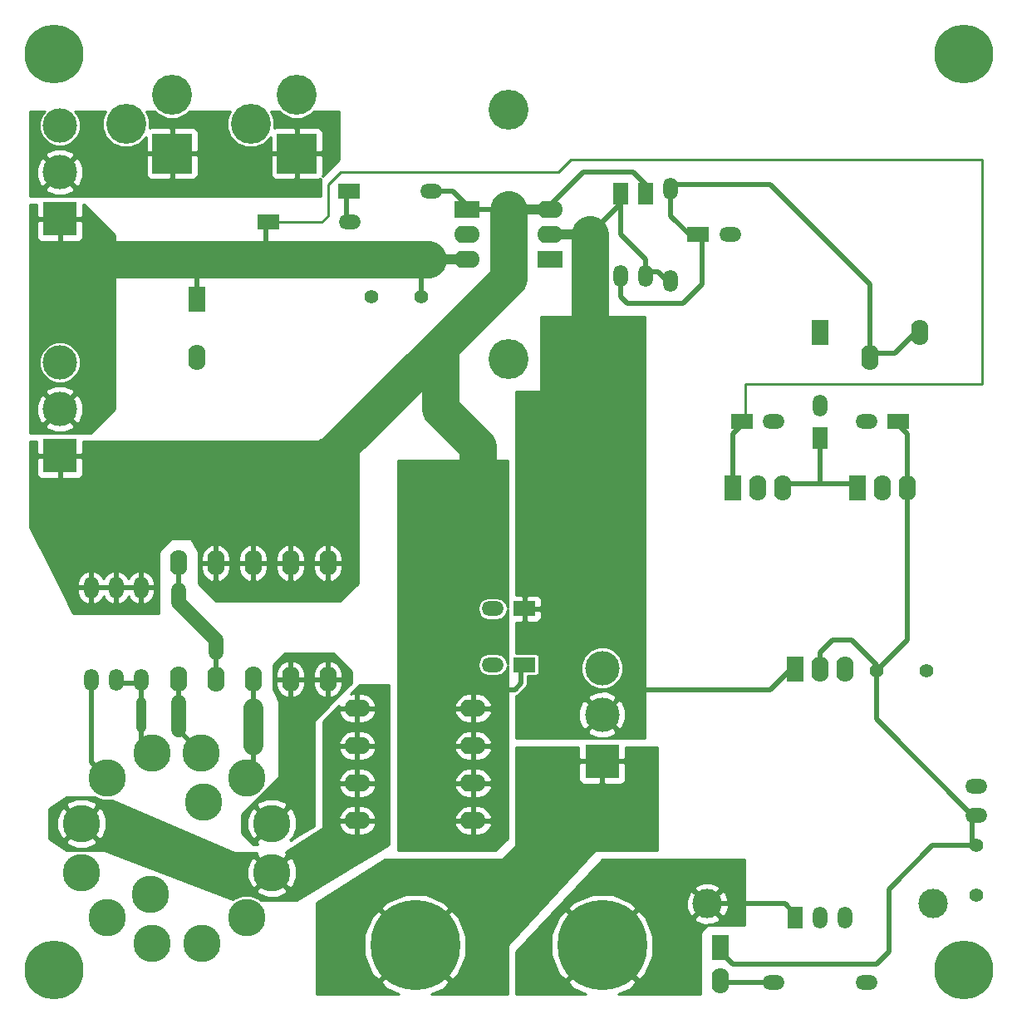
<source format=gtl>
G04 (created by PCBNEW (2013-07-07 BZR 4022)-stable) date 4/20/2014 10:40:41 PM*
%MOIN*%
G04 Gerber Fmt 3.4, Leading zero omitted, Abs format*
%FSLAX34Y34*%
G01*
G70*
G90*
G04 APERTURE LIST*
%ADD10C,0.00590551*%
%ADD11R,0.1035X0.069*%
%ADD12O,0.1035X0.069*%
%ADD13O,0.0885X0.059*%
%ADD14O,0.059X0.0885*%
%ADD15R,0.16X0.16*%
%ADD16C,0.16*%
%ADD17O,0.069X0.1035*%
%ADD18C,0.23622*%
%ADD19C,0.055*%
%ADD20R,0.069X0.1035*%
%ADD21R,0.0885X0.059*%
%ADD22R,0.137795X0.137795*%
%ADD23C,0.137795*%
%ADD24C,0.15*%
%ADD25C,0.36*%
%ADD26R,0.059X0.0885*%
%ADD27C,0.11811*%
%ADD28C,0.02*%
%ADD29C,0.15*%
%ADD30C,0.04*%
%ADD31C,0.01*%
%ADD32C,0.06*%
%ADD33C,0.08*%
G04 APERTURE END LIST*
G54D10*
G54D11*
X74922Y-54750D03*
G54D12*
X74922Y-53750D03*
X74922Y-52750D03*
G54D11*
X71577Y-52750D03*
G54D12*
X71577Y-53750D03*
X71577Y-54750D03*
G54D13*
X83897Y-83750D03*
X87602Y-83750D03*
G54D14*
X79750Y-55602D03*
X79750Y-51897D03*
G54D15*
X64750Y-50500D03*
G54D16*
X64750Y-48150D03*
X62900Y-49300D03*
G54D17*
X60000Y-71577D03*
X60000Y-66922D03*
X61500Y-71577D03*
X61500Y-66922D03*
X63000Y-71577D03*
X63000Y-66922D03*
X66000Y-71577D03*
X66000Y-66922D03*
X64500Y-71577D03*
X64500Y-66922D03*
G54D12*
X67172Y-77250D03*
X71827Y-77250D03*
X67172Y-75750D03*
X71827Y-75750D03*
X67172Y-74250D03*
X71827Y-74250D03*
X67172Y-72750D03*
X71827Y-72750D03*
G54D14*
X56500Y-71602D03*
X56500Y-67897D03*
X58500Y-71602D03*
X58500Y-67897D03*
X57500Y-71602D03*
X57500Y-67897D03*
G54D15*
X59750Y-50500D03*
G54D16*
X59750Y-48150D03*
X57900Y-49300D03*
G54D18*
X55000Y-83250D03*
X55000Y-46500D03*
X91500Y-46500D03*
X91500Y-83250D03*
G54D19*
X69750Y-56250D03*
X67750Y-56250D03*
G54D20*
X60750Y-56327D03*
G54D17*
X60750Y-58672D03*
G54D21*
X73897Y-71000D03*
G54D13*
X72602Y-71000D03*
G54D21*
X80852Y-53750D03*
G54D13*
X82147Y-53750D03*
G54D21*
X73897Y-68750D03*
G54D13*
X72602Y-68750D03*
G54D16*
X73250Y-58750D03*
X73250Y-48750D03*
G54D22*
X55250Y-53120D03*
G54D23*
X55250Y-51250D03*
X55250Y-49379D03*
G54D22*
X55250Y-62620D03*
G54D23*
X55250Y-60750D03*
X55250Y-58879D03*
G54D22*
X77000Y-74870D03*
G54D23*
X77000Y-73000D03*
X77000Y-71129D03*
G54D20*
X81750Y-82327D03*
G54D17*
X81750Y-83672D03*
G54D24*
X56118Y-79334D03*
X58952Y-82169D03*
X57141Y-81145D03*
X60960Y-82169D03*
X60921Y-74531D03*
X58952Y-74531D03*
X56118Y-77366D03*
X63755Y-77366D03*
X63755Y-79334D03*
X57141Y-75555D03*
X62732Y-75555D03*
X62732Y-81145D03*
X61000Y-76500D03*
X58874Y-80200D03*
G54D25*
X69500Y-82250D03*
X77000Y-82250D03*
G54D26*
X77750Y-52102D03*
G54D14*
X77750Y-55397D03*
G54D26*
X78750Y-52102D03*
G54D14*
X78750Y-55397D03*
G54D21*
X63602Y-53250D03*
G54D13*
X66897Y-53250D03*
G54D21*
X66852Y-52000D03*
G54D13*
X70147Y-52000D03*
G54D19*
X92000Y-78250D03*
X92000Y-80250D03*
X88000Y-71250D03*
X90000Y-71250D03*
G54D14*
X85750Y-81147D03*
X86750Y-81147D03*
G54D26*
X84750Y-81147D03*
G54D20*
X82250Y-63922D03*
G54D17*
X83250Y-63922D03*
X84250Y-63922D03*
G54D20*
X87250Y-63922D03*
G54D17*
X88250Y-63922D03*
X89250Y-63922D03*
G54D21*
X88897Y-61250D03*
G54D13*
X87602Y-61250D03*
G54D21*
X82602Y-61250D03*
G54D13*
X83897Y-61250D03*
G54D26*
X85750Y-61897D03*
G54D14*
X85750Y-60602D03*
G54D17*
X87750Y-58672D03*
G54D20*
X85750Y-57672D03*
G54D17*
X89750Y-57672D03*
G54D13*
X91999Y-75862D03*
G54D27*
X81222Y-80586D03*
G54D13*
X91999Y-77043D03*
G54D27*
X90277Y-80586D03*
G54D20*
X84750Y-71172D03*
G54D17*
X85750Y-71172D03*
X86750Y-71172D03*
G54D28*
X67000Y-52000D02*
X66750Y-52250D01*
X66750Y-52250D02*
X66750Y-53250D01*
X73750Y-71000D02*
X73750Y-71750D01*
X73500Y-72000D02*
X73000Y-72000D01*
X73750Y-71750D02*
X73500Y-72000D01*
G54D29*
X72000Y-62250D02*
X72000Y-63750D01*
X70500Y-58250D02*
X70500Y-60750D01*
X72000Y-62250D02*
X70500Y-60750D01*
G54D28*
X74750Y-52750D02*
X76250Y-51250D01*
X78500Y-51500D02*
X78750Y-51750D01*
X78750Y-51750D02*
X78750Y-52250D01*
X78250Y-51250D02*
X78500Y-51500D01*
X76250Y-51250D02*
X78250Y-51250D01*
X70000Y-52000D02*
X71000Y-52000D01*
X71000Y-52000D02*
X71750Y-52750D01*
G54D29*
X66000Y-62620D02*
X66129Y-62620D01*
X66129Y-62620D02*
X70500Y-58250D01*
G54D28*
X71750Y-52750D02*
X73250Y-52750D01*
G54D30*
X74750Y-52750D02*
X73250Y-52750D01*
G54D29*
X70500Y-58250D02*
X73250Y-55500D01*
X73250Y-55500D02*
X73250Y-52750D01*
G54D28*
X85750Y-61750D02*
X85750Y-63750D01*
X84250Y-63750D02*
X85750Y-63750D01*
X85750Y-63750D02*
X87250Y-63750D01*
X92000Y-78250D02*
X90250Y-78250D01*
X82250Y-83000D02*
X81750Y-82500D01*
X88000Y-83000D02*
X82250Y-83000D01*
X88500Y-82500D02*
X88000Y-83000D01*
X88500Y-80000D02*
X88500Y-82500D01*
X90250Y-78250D02*
X88500Y-80000D01*
X88000Y-71250D02*
X88000Y-71000D01*
X85750Y-70500D02*
X85750Y-71000D01*
X86250Y-70000D02*
X85750Y-70500D01*
X87000Y-70000D02*
X86250Y-70000D01*
X88000Y-71000D02*
X87000Y-70000D01*
X91852Y-77043D02*
X91852Y-78102D01*
X91852Y-78102D02*
X92000Y-78250D01*
X88000Y-71250D02*
X88000Y-73190D01*
X88000Y-73190D02*
X91852Y-77043D01*
X89250Y-63750D02*
X89250Y-70000D01*
X89250Y-70000D02*
X88000Y-71250D01*
X88750Y-61250D02*
X89250Y-61750D01*
X89250Y-61750D02*
X89250Y-63750D01*
X81222Y-80586D02*
X84336Y-80586D01*
X84336Y-80586D02*
X84750Y-81000D01*
X81750Y-83500D02*
X82000Y-83750D01*
X82000Y-83750D02*
X83750Y-83750D01*
G54D31*
X66250Y-51500D02*
X66000Y-51750D01*
X92250Y-50750D02*
X92250Y-59750D01*
X92250Y-59750D02*
X82750Y-59750D01*
X82750Y-61250D02*
X82750Y-59750D01*
X64500Y-53250D02*
X63750Y-53250D01*
X66500Y-51250D02*
X66250Y-51500D01*
X66500Y-51250D02*
X75250Y-51250D01*
X75750Y-50750D02*
X75250Y-51250D01*
X75750Y-50750D02*
X92250Y-50750D01*
X65750Y-53250D02*
X64500Y-53250D01*
X66000Y-53000D02*
X65750Y-53250D01*
X66000Y-51750D02*
X66000Y-53000D01*
G54D28*
X82250Y-63750D02*
X82250Y-61750D01*
X82250Y-61750D02*
X82750Y-61250D01*
X63750Y-53250D02*
X63500Y-53500D01*
X63500Y-53500D02*
X63500Y-54750D01*
G54D29*
X55250Y-54750D02*
X56879Y-54750D01*
X56879Y-54750D02*
X60250Y-54750D01*
G54D28*
X60750Y-56500D02*
X60750Y-54750D01*
G54D29*
X60750Y-54750D02*
X60250Y-54750D01*
G54D28*
X69750Y-56250D02*
X69750Y-54750D01*
G54D32*
X69750Y-54750D02*
X70000Y-54750D01*
G54D28*
X64000Y-54250D02*
X63500Y-54750D01*
G54D29*
X60250Y-54750D02*
X63500Y-54750D01*
X63500Y-54750D02*
X70000Y-54750D01*
G54D30*
X71750Y-54750D02*
X70000Y-54750D01*
G54D32*
X61500Y-70000D02*
X61500Y-70500D01*
X60000Y-68000D02*
X60000Y-68500D01*
X60000Y-68500D02*
X61500Y-70000D01*
G54D28*
X60000Y-66750D02*
X60000Y-68000D01*
X61500Y-70500D02*
X61500Y-71750D01*
X63000Y-71750D02*
X63000Y-72750D01*
X63000Y-75287D02*
X62732Y-75555D01*
X63000Y-74250D02*
X63000Y-75287D01*
G54D33*
X63000Y-72750D02*
X63000Y-74250D01*
G54D28*
X60921Y-74531D02*
X60000Y-73610D01*
X60000Y-72500D02*
X60000Y-71750D01*
G54D32*
X60000Y-73610D02*
X60000Y-72500D01*
G54D28*
X57141Y-75555D02*
X56500Y-74913D01*
X56500Y-74913D02*
X56500Y-71750D01*
G54D30*
X58500Y-73500D02*
X58500Y-72500D01*
G54D28*
X58500Y-74078D02*
X58500Y-73500D01*
X58952Y-74531D02*
X58500Y-74078D01*
X58500Y-72500D02*
X58500Y-71750D01*
X57500Y-71750D02*
X58500Y-71750D01*
X84750Y-71000D02*
X83750Y-72000D01*
X83750Y-72000D02*
X78000Y-72000D01*
X78750Y-55250D02*
X79250Y-55250D01*
X79250Y-55250D02*
X79750Y-55750D01*
X78750Y-55250D02*
X78750Y-54750D01*
X77750Y-53750D02*
X77750Y-52250D01*
X78750Y-54750D02*
X77750Y-53750D01*
X77750Y-52250D02*
X77750Y-52500D01*
X77750Y-52500D02*
X76500Y-53750D01*
G54D30*
X74750Y-53750D02*
X76500Y-53750D01*
G54D29*
X76500Y-53750D02*
X76500Y-57250D01*
G54D28*
X86000Y-54000D02*
X87750Y-55750D01*
X83750Y-51750D02*
X86000Y-54000D01*
X79750Y-51750D02*
X83750Y-51750D01*
X87750Y-55750D02*
X87750Y-58500D01*
X87750Y-58500D02*
X88750Y-58500D01*
X88750Y-58500D02*
X89750Y-57500D01*
X81000Y-53750D02*
X80500Y-53750D01*
X79750Y-53000D02*
X79750Y-51750D01*
X80500Y-53750D02*
X79750Y-53000D01*
X81000Y-53750D02*
X81000Y-55750D01*
X81000Y-55750D02*
X80250Y-56500D01*
X80250Y-56500D02*
X78000Y-56500D01*
X78000Y-56500D02*
X77750Y-56250D01*
X77750Y-56250D02*
X77750Y-55250D01*
G54D10*
G36*
X73200Y-77979D02*
X72729Y-78450D01*
X72577Y-78450D01*
X72577Y-77392D01*
X72577Y-77107D01*
X72577Y-75892D01*
X72577Y-75607D01*
X72577Y-74392D01*
X72577Y-74107D01*
X72577Y-72892D01*
X72577Y-72607D01*
X72568Y-72568D01*
X72456Y-72364D01*
X72273Y-72219D01*
X72050Y-72155D01*
X71877Y-72155D01*
X71877Y-72700D01*
X72530Y-72700D01*
X72577Y-72607D01*
X72577Y-72892D01*
X72530Y-72800D01*
X71877Y-72800D01*
X71877Y-73345D01*
X72050Y-73345D01*
X72273Y-73280D01*
X72456Y-73135D01*
X72568Y-72931D01*
X72577Y-72892D01*
X72577Y-74107D01*
X72568Y-74068D01*
X72456Y-73864D01*
X72273Y-73719D01*
X72050Y-73655D01*
X71877Y-73655D01*
X71877Y-74200D01*
X72530Y-74200D01*
X72577Y-74107D01*
X72577Y-74392D01*
X72530Y-74300D01*
X71877Y-74300D01*
X71877Y-74845D01*
X72050Y-74845D01*
X72273Y-74780D01*
X72456Y-74635D01*
X72568Y-74431D01*
X72577Y-74392D01*
X72577Y-75607D01*
X72568Y-75568D01*
X72456Y-75364D01*
X72273Y-75219D01*
X72050Y-75155D01*
X71877Y-75155D01*
X71877Y-75700D01*
X72530Y-75700D01*
X72577Y-75607D01*
X72577Y-75892D01*
X72530Y-75800D01*
X71877Y-75800D01*
X71877Y-76345D01*
X72050Y-76345D01*
X72273Y-76280D01*
X72456Y-76135D01*
X72568Y-75931D01*
X72577Y-75892D01*
X72577Y-77107D01*
X72568Y-77068D01*
X72456Y-76864D01*
X72273Y-76719D01*
X72050Y-76655D01*
X71877Y-76655D01*
X71877Y-77200D01*
X72530Y-77200D01*
X72577Y-77107D01*
X72577Y-77392D01*
X72530Y-77300D01*
X71877Y-77300D01*
X71877Y-77845D01*
X72050Y-77845D01*
X72273Y-77780D01*
X72456Y-77635D01*
X72568Y-77431D01*
X72577Y-77392D01*
X72577Y-78450D01*
X71777Y-78450D01*
X71777Y-77845D01*
X71777Y-77300D01*
X71777Y-77200D01*
X71777Y-76655D01*
X71777Y-76345D01*
X71777Y-75800D01*
X71777Y-75700D01*
X71777Y-75155D01*
X71777Y-74845D01*
X71777Y-74300D01*
X71777Y-74200D01*
X71777Y-73655D01*
X71777Y-73345D01*
X71777Y-72800D01*
X71777Y-72700D01*
X71777Y-72155D01*
X71605Y-72155D01*
X71381Y-72219D01*
X71198Y-72364D01*
X71086Y-72568D01*
X71077Y-72607D01*
X71124Y-72700D01*
X71777Y-72700D01*
X71777Y-72800D01*
X71124Y-72800D01*
X71077Y-72892D01*
X71086Y-72931D01*
X71198Y-73135D01*
X71381Y-73280D01*
X71605Y-73345D01*
X71777Y-73345D01*
X71777Y-73655D01*
X71605Y-73655D01*
X71381Y-73719D01*
X71198Y-73864D01*
X71086Y-74068D01*
X71077Y-74107D01*
X71124Y-74200D01*
X71777Y-74200D01*
X71777Y-74300D01*
X71124Y-74300D01*
X71077Y-74392D01*
X71086Y-74431D01*
X71198Y-74635D01*
X71381Y-74780D01*
X71605Y-74845D01*
X71777Y-74845D01*
X71777Y-75155D01*
X71605Y-75155D01*
X71381Y-75219D01*
X71198Y-75364D01*
X71086Y-75568D01*
X71077Y-75607D01*
X71124Y-75700D01*
X71777Y-75700D01*
X71777Y-75800D01*
X71124Y-75800D01*
X71077Y-75892D01*
X71086Y-75931D01*
X71198Y-76135D01*
X71381Y-76280D01*
X71605Y-76345D01*
X71777Y-76345D01*
X71777Y-76655D01*
X71605Y-76655D01*
X71381Y-76719D01*
X71198Y-76864D01*
X71086Y-77068D01*
X71077Y-77107D01*
X71124Y-77200D01*
X71777Y-77200D01*
X71777Y-77300D01*
X71124Y-77300D01*
X71077Y-77392D01*
X71086Y-77431D01*
X71198Y-77635D01*
X71381Y-77780D01*
X71605Y-77845D01*
X71777Y-77845D01*
X71777Y-78450D01*
X68800Y-78450D01*
X68800Y-62800D01*
X73200Y-62800D01*
X73200Y-68716D01*
X73172Y-68579D01*
X73076Y-68435D01*
X72931Y-68338D01*
X72761Y-68305D01*
X72443Y-68305D01*
X72273Y-68338D01*
X72128Y-68435D01*
X72032Y-68579D01*
X71998Y-68750D01*
X72032Y-68920D01*
X72128Y-69064D01*
X72273Y-69161D01*
X72443Y-69195D01*
X72761Y-69195D01*
X72931Y-69161D01*
X73076Y-69064D01*
X73172Y-68920D01*
X73200Y-68783D01*
X73200Y-70966D01*
X73172Y-70829D01*
X73076Y-70685D01*
X72931Y-70588D01*
X72761Y-70555D01*
X72443Y-70555D01*
X72273Y-70588D01*
X72128Y-70685D01*
X72032Y-70829D01*
X71998Y-71000D01*
X72032Y-71170D01*
X72128Y-71314D01*
X72273Y-71411D01*
X72443Y-71445D01*
X72761Y-71445D01*
X72931Y-71411D01*
X73076Y-71314D01*
X73172Y-71170D01*
X73200Y-71033D01*
X73200Y-77979D01*
X73200Y-77979D01*
G37*
G54D31*
X73200Y-77979D02*
X72729Y-78450D01*
X72577Y-78450D01*
X72577Y-77392D01*
X72577Y-77107D01*
X72577Y-75892D01*
X72577Y-75607D01*
X72577Y-74392D01*
X72577Y-74107D01*
X72577Y-72892D01*
X72577Y-72607D01*
X72568Y-72568D01*
X72456Y-72364D01*
X72273Y-72219D01*
X72050Y-72155D01*
X71877Y-72155D01*
X71877Y-72700D01*
X72530Y-72700D01*
X72577Y-72607D01*
X72577Y-72892D01*
X72530Y-72800D01*
X71877Y-72800D01*
X71877Y-73345D01*
X72050Y-73345D01*
X72273Y-73280D01*
X72456Y-73135D01*
X72568Y-72931D01*
X72577Y-72892D01*
X72577Y-74107D01*
X72568Y-74068D01*
X72456Y-73864D01*
X72273Y-73719D01*
X72050Y-73655D01*
X71877Y-73655D01*
X71877Y-74200D01*
X72530Y-74200D01*
X72577Y-74107D01*
X72577Y-74392D01*
X72530Y-74300D01*
X71877Y-74300D01*
X71877Y-74845D01*
X72050Y-74845D01*
X72273Y-74780D01*
X72456Y-74635D01*
X72568Y-74431D01*
X72577Y-74392D01*
X72577Y-75607D01*
X72568Y-75568D01*
X72456Y-75364D01*
X72273Y-75219D01*
X72050Y-75155D01*
X71877Y-75155D01*
X71877Y-75700D01*
X72530Y-75700D01*
X72577Y-75607D01*
X72577Y-75892D01*
X72530Y-75800D01*
X71877Y-75800D01*
X71877Y-76345D01*
X72050Y-76345D01*
X72273Y-76280D01*
X72456Y-76135D01*
X72568Y-75931D01*
X72577Y-75892D01*
X72577Y-77107D01*
X72568Y-77068D01*
X72456Y-76864D01*
X72273Y-76719D01*
X72050Y-76655D01*
X71877Y-76655D01*
X71877Y-77200D01*
X72530Y-77200D01*
X72577Y-77107D01*
X72577Y-77392D01*
X72530Y-77300D01*
X71877Y-77300D01*
X71877Y-77845D01*
X72050Y-77845D01*
X72273Y-77780D01*
X72456Y-77635D01*
X72568Y-77431D01*
X72577Y-77392D01*
X72577Y-78450D01*
X71777Y-78450D01*
X71777Y-77845D01*
X71777Y-77300D01*
X71777Y-77200D01*
X71777Y-76655D01*
X71777Y-76345D01*
X71777Y-75800D01*
X71777Y-75700D01*
X71777Y-75155D01*
X71777Y-74845D01*
X71777Y-74300D01*
X71777Y-74200D01*
X71777Y-73655D01*
X71777Y-73345D01*
X71777Y-72800D01*
X71777Y-72700D01*
X71777Y-72155D01*
X71605Y-72155D01*
X71381Y-72219D01*
X71198Y-72364D01*
X71086Y-72568D01*
X71077Y-72607D01*
X71124Y-72700D01*
X71777Y-72700D01*
X71777Y-72800D01*
X71124Y-72800D01*
X71077Y-72892D01*
X71086Y-72931D01*
X71198Y-73135D01*
X71381Y-73280D01*
X71605Y-73345D01*
X71777Y-73345D01*
X71777Y-73655D01*
X71605Y-73655D01*
X71381Y-73719D01*
X71198Y-73864D01*
X71086Y-74068D01*
X71077Y-74107D01*
X71124Y-74200D01*
X71777Y-74200D01*
X71777Y-74300D01*
X71124Y-74300D01*
X71077Y-74392D01*
X71086Y-74431D01*
X71198Y-74635D01*
X71381Y-74780D01*
X71605Y-74845D01*
X71777Y-74845D01*
X71777Y-75155D01*
X71605Y-75155D01*
X71381Y-75219D01*
X71198Y-75364D01*
X71086Y-75568D01*
X71077Y-75607D01*
X71124Y-75700D01*
X71777Y-75700D01*
X71777Y-75800D01*
X71124Y-75800D01*
X71077Y-75892D01*
X71086Y-75931D01*
X71198Y-76135D01*
X71381Y-76280D01*
X71605Y-76345D01*
X71777Y-76345D01*
X71777Y-76655D01*
X71605Y-76655D01*
X71381Y-76719D01*
X71198Y-76864D01*
X71086Y-77068D01*
X71077Y-77107D01*
X71124Y-77200D01*
X71777Y-77200D01*
X71777Y-77300D01*
X71124Y-77300D01*
X71077Y-77392D01*
X71086Y-77431D01*
X71198Y-77635D01*
X71381Y-77780D01*
X71605Y-77845D01*
X71777Y-77845D01*
X71777Y-78450D01*
X68800Y-78450D01*
X68800Y-62800D01*
X73200Y-62800D01*
X73200Y-68716D01*
X73172Y-68579D01*
X73076Y-68435D01*
X72931Y-68338D01*
X72761Y-68305D01*
X72443Y-68305D01*
X72273Y-68338D01*
X72128Y-68435D01*
X72032Y-68579D01*
X71998Y-68750D01*
X72032Y-68920D01*
X72128Y-69064D01*
X72273Y-69161D01*
X72443Y-69195D01*
X72761Y-69195D01*
X72931Y-69161D01*
X73076Y-69064D01*
X73172Y-68920D01*
X73200Y-68783D01*
X73200Y-70966D01*
X73172Y-70829D01*
X73076Y-70685D01*
X72931Y-70588D01*
X72761Y-70555D01*
X72443Y-70555D01*
X72273Y-70588D01*
X72128Y-70685D01*
X72032Y-70829D01*
X71998Y-71000D01*
X72032Y-71170D01*
X72128Y-71314D01*
X72273Y-71411D01*
X72443Y-71445D01*
X72761Y-71445D01*
X72931Y-71411D01*
X73076Y-71314D01*
X73172Y-71170D01*
X73200Y-71033D01*
X73200Y-77979D01*
G54D10*
G36*
X68450Y-78221D02*
X67922Y-78538D01*
X67922Y-77392D01*
X67922Y-77107D01*
X67922Y-75892D01*
X67922Y-75607D01*
X67922Y-74392D01*
X67922Y-74107D01*
X67922Y-72892D01*
X67922Y-72607D01*
X67913Y-72568D01*
X67801Y-72364D01*
X67618Y-72219D01*
X67395Y-72155D01*
X67222Y-72155D01*
X67222Y-72700D01*
X67875Y-72700D01*
X67922Y-72607D01*
X67922Y-72892D01*
X67875Y-72800D01*
X67222Y-72800D01*
X67222Y-73345D01*
X67395Y-73345D01*
X67618Y-73280D01*
X67801Y-73135D01*
X67913Y-72931D01*
X67922Y-72892D01*
X67922Y-74107D01*
X67913Y-74068D01*
X67801Y-73864D01*
X67618Y-73719D01*
X67395Y-73655D01*
X67222Y-73655D01*
X67222Y-74200D01*
X67875Y-74200D01*
X67922Y-74107D01*
X67922Y-74392D01*
X67875Y-74300D01*
X67222Y-74300D01*
X67222Y-74845D01*
X67395Y-74845D01*
X67618Y-74780D01*
X67801Y-74635D01*
X67913Y-74431D01*
X67922Y-74392D01*
X67922Y-75607D01*
X67913Y-75568D01*
X67801Y-75364D01*
X67618Y-75219D01*
X67395Y-75155D01*
X67222Y-75155D01*
X67222Y-75700D01*
X67875Y-75700D01*
X67922Y-75607D01*
X67922Y-75892D01*
X67875Y-75800D01*
X67222Y-75800D01*
X67222Y-76345D01*
X67395Y-76345D01*
X67618Y-76280D01*
X67801Y-76135D01*
X67913Y-75931D01*
X67922Y-75892D01*
X67922Y-77107D01*
X67913Y-77068D01*
X67801Y-76864D01*
X67618Y-76719D01*
X67395Y-76655D01*
X67222Y-76655D01*
X67222Y-77200D01*
X67875Y-77200D01*
X67922Y-77107D01*
X67922Y-77392D01*
X67875Y-77300D01*
X67222Y-77300D01*
X67222Y-77845D01*
X67395Y-77845D01*
X67618Y-77780D01*
X67801Y-77635D01*
X67913Y-77431D01*
X67922Y-77392D01*
X67922Y-78538D01*
X67122Y-79018D01*
X67122Y-77845D01*
X67122Y-77300D01*
X67122Y-77200D01*
X67122Y-76655D01*
X67122Y-76345D01*
X67122Y-75800D01*
X67122Y-75700D01*
X67122Y-75155D01*
X67122Y-74845D01*
X67122Y-74300D01*
X67122Y-74200D01*
X67122Y-73655D01*
X67122Y-73345D01*
X67122Y-72800D01*
X66469Y-72800D01*
X66422Y-72892D01*
X66431Y-72931D01*
X66543Y-73135D01*
X66726Y-73280D01*
X66950Y-73345D01*
X67122Y-73345D01*
X67122Y-73655D01*
X66950Y-73655D01*
X66726Y-73719D01*
X66543Y-73864D01*
X66431Y-74068D01*
X66422Y-74107D01*
X66469Y-74200D01*
X67122Y-74200D01*
X67122Y-74300D01*
X66469Y-74300D01*
X66422Y-74392D01*
X66431Y-74431D01*
X66543Y-74635D01*
X66726Y-74780D01*
X66950Y-74845D01*
X67122Y-74845D01*
X67122Y-75155D01*
X66950Y-75155D01*
X66726Y-75219D01*
X66543Y-75364D01*
X66431Y-75568D01*
X66422Y-75607D01*
X66469Y-75700D01*
X67122Y-75700D01*
X67122Y-75800D01*
X66469Y-75800D01*
X66422Y-75892D01*
X66431Y-75931D01*
X66543Y-76135D01*
X66726Y-76280D01*
X66950Y-76345D01*
X67122Y-76345D01*
X67122Y-76655D01*
X66950Y-76655D01*
X66726Y-76719D01*
X66543Y-76864D01*
X66431Y-77068D01*
X66422Y-77107D01*
X66469Y-77200D01*
X67122Y-77200D01*
X67122Y-77300D01*
X66469Y-77300D01*
X66422Y-77392D01*
X66431Y-77431D01*
X66543Y-77635D01*
X66726Y-77780D01*
X66950Y-77845D01*
X67122Y-77845D01*
X67122Y-79018D01*
X64757Y-80437D01*
X64757Y-79523D01*
X64753Y-79125D01*
X64609Y-78776D01*
X64467Y-78694D01*
X63826Y-79334D01*
X64467Y-79975D01*
X64609Y-79892D01*
X64757Y-79523D01*
X64757Y-80437D01*
X64736Y-80450D01*
X64396Y-80450D01*
X64396Y-80045D01*
X63755Y-79405D01*
X63685Y-79476D01*
X63685Y-79334D01*
X63044Y-78694D01*
X62902Y-78776D01*
X62754Y-79145D01*
X62757Y-79543D01*
X62902Y-79892D01*
X63044Y-79975D01*
X63685Y-79334D01*
X63685Y-79476D01*
X63115Y-80045D01*
X63197Y-80187D01*
X63566Y-80336D01*
X63964Y-80332D01*
X64314Y-80187D01*
X64396Y-80045D01*
X64396Y-80450D01*
X63309Y-80450D01*
X63242Y-80383D01*
X62912Y-80245D01*
X62554Y-80245D01*
X62223Y-80382D01*
X62183Y-80421D01*
X57120Y-78492D01*
X57120Y-77555D01*
X57116Y-77157D01*
X56971Y-76808D01*
X56829Y-76725D01*
X56758Y-76796D01*
X56758Y-76654D01*
X56676Y-76512D01*
X56307Y-76364D01*
X55909Y-76368D01*
X55559Y-76512D01*
X55477Y-76654D01*
X56118Y-77295D01*
X56758Y-76654D01*
X56758Y-76796D01*
X56188Y-77366D01*
X56829Y-78006D01*
X56971Y-77924D01*
X57120Y-77555D01*
X57120Y-78492D01*
X57009Y-78450D01*
X56758Y-78450D01*
X56758Y-78077D01*
X56118Y-77436D01*
X56047Y-77507D01*
X56047Y-77366D01*
X55406Y-76725D01*
X55264Y-76808D01*
X55116Y-77177D01*
X55120Y-77574D01*
X55264Y-77924D01*
X55406Y-78006D01*
X56047Y-77366D01*
X56047Y-77507D01*
X55477Y-78077D01*
X55559Y-78219D01*
X55928Y-78368D01*
X56326Y-78364D01*
X56676Y-78219D01*
X56758Y-78077D01*
X56758Y-78450D01*
X56334Y-78450D01*
X56297Y-78434D01*
X55939Y-78434D01*
X55902Y-78450D01*
X55515Y-78450D01*
X54800Y-77973D01*
X54800Y-76776D01*
X55515Y-76300D01*
X56613Y-76300D01*
X56631Y-76317D01*
X56961Y-76454D01*
X57319Y-76455D01*
X57336Y-76448D01*
X62239Y-78550D01*
X63157Y-78550D01*
X63115Y-78623D01*
X63755Y-79263D01*
X64396Y-78623D01*
X64329Y-78507D01*
X65800Y-77526D01*
X65800Y-73270D01*
X66436Y-72634D01*
X66469Y-72700D01*
X67122Y-72700D01*
X67122Y-72155D01*
X66950Y-72155D01*
X66901Y-72168D01*
X67270Y-71800D01*
X68450Y-71800D01*
X68450Y-78221D01*
X68450Y-78221D01*
G37*
G54D31*
X68450Y-78221D02*
X67922Y-78538D01*
X67922Y-77392D01*
X67922Y-77107D01*
X67922Y-75892D01*
X67922Y-75607D01*
X67922Y-74392D01*
X67922Y-74107D01*
X67922Y-72892D01*
X67922Y-72607D01*
X67913Y-72568D01*
X67801Y-72364D01*
X67618Y-72219D01*
X67395Y-72155D01*
X67222Y-72155D01*
X67222Y-72700D01*
X67875Y-72700D01*
X67922Y-72607D01*
X67922Y-72892D01*
X67875Y-72800D01*
X67222Y-72800D01*
X67222Y-73345D01*
X67395Y-73345D01*
X67618Y-73280D01*
X67801Y-73135D01*
X67913Y-72931D01*
X67922Y-72892D01*
X67922Y-74107D01*
X67913Y-74068D01*
X67801Y-73864D01*
X67618Y-73719D01*
X67395Y-73655D01*
X67222Y-73655D01*
X67222Y-74200D01*
X67875Y-74200D01*
X67922Y-74107D01*
X67922Y-74392D01*
X67875Y-74300D01*
X67222Y-74300D01*
X67222Y-74845D01*
X67395Y-74845D01*
X67618Y-74780D01*
X67801Y-74635D01*
X67913Y-74431D01*
X67922Y-74392D01*
X67922Y-75607D01*
X67913Y-75568D01*
X67801Y-75364D01*
X67618Y-75219D01*
X67395Y-75155D01*
X67222Y-75155D01*
X67222Y-75700D01*
X67875Y-75700D01*
X67922Y-75607D01*
X67922Y-75892D01*
X67875Y-75800D01*
X67222Y-75800D01*
X67222Y-76345D01*
X67395Y-76345D01*
X67618Y-76280D01*
X67801Y-76135D01*
X67913Y-75931D01*
X67922Y-75892D01*
X67922Y-77107D01*
X67913Y-77068D01*
X67801Y-76864D01*
X67618Y-76719D01*
X67395Y-76655D01*
X67222Y-76655D01*
X67222Y-77200D01*
X67875Y-77200D01*
X67922Y-77107D01*
X67922Y-77392D01*
X67875Y-77300D01*
X67222Y-77300D01*
X67222Y-77845D01*
X67395Y-77845D01*
X67618Y-77780D01*
X67801Y-77635D01*
X67913Y-77431D01*
X67922Y-77392D01*
X67922Y-78538D01*
X67122Y-79018D01*
X67122Y-77845D01*
X67122Y-77300D01*
X67122Y-77200D01*
X67122Y-76655D01*
X67122Y-76345D01*
X67122Y-75800D01*
X67122Y-75700D01*
X67122Y-75155D01*
X67122Y-74845D01*
X67122Y-74300D01*
X67122Y-74200D01*
X67122Y-73655D01*
X67122Y-73345D01*
X67122Y-72800D01*
X66469Y-72800D01*
X66422Y-72892D01*
X66431Y-72931D01*
X66543Y-73135D01*
X66726Y-73280D01*
X66950Y-73345D01*
X67122Y-73345D01*
X67122Y-73655D01*
X66950Y-73655D01*
X66726Y-73719D01*
X66543Y-73864D01*
X66431Y-74068D01*
X66422Y-74107D01*
X66469Y-74200D01*
X67122Y-74200D01*
X67122Y-74300D01*
X66469Y-74300D01*
X66422Y-74392D01*
X66431Y-74431D01*
X66543Y-74635D01*
X66726Y-74780D01*
X66950Y-74845D01*
X67122Y-74845D01*
X67122Y-75155D01*
X66950Y-75155D01*
X66726Y-75219D01*
X66543Y-75364D01*
X66431Y-75568D01*
X66422Y-75607D01*
X66469Y-75700D01*
X67122Y-75700D01*
X67122Y-75800D01*
X66469Y-75800D01*
X66422Y-75892D01*
X66431Y-75931D01*
X66543Y-76135D01*
X66726Y-76280D01*
X66950Y-76345D01*
X67122Y-76345D01*
X67122Y-76655D01*
X66950Y-76655D01*
X66726Y-76719D01*
X66543Y-76864D01*
X66431Y-77068D01*
X66422Y-77107D01*
X66469Y-77200D01*
X67122Y-77200D01*
X67122Y-77300D01*
X66469Y-77300D01*
X66422Y-77392D01*
X66431Y-77431D01*
X66543Y-77635D01*
X66726Y-77780D01*
X66950Y-77845D01*
X67122Y-77845D01*
X67122Y-79018D01*
X64757Y-80437D01*
X64757Y-79523D01*
X64753Y-79125D01*
X64609Y-78776D01*
X64467Y-78694D01*
X63826Y-79334D01*
X64467Y-79975D01*
X64609Y-79892D01*
X64757Y-79523D01*
X64757Y-80437D01*
X64736Y-80450D01*
X64396Y-80450D01*
X64396Y-80045D01*
X63755Y-79405D01*
X63685Y-79476D01*
X63685Y-79334D01*
X63044Y-78694D01*
X62902Y-78776D01*
X62754Y-79145D01*
X62757Y-79543D01*
X62902Y-79892D01*
X63044Y-79975D01*
X63685Y-79334D01*
X63685Y-79476D01*
X63115Y-80045D01*
X63197Y-80187D01*
X63566Y-80336D01*
X63964Y-80332D01*
X64314Y-80187D01*
X64396Y-80045D01*
X64396Y-80450D01*
X63309Y-80450D01*
X63242Y-80383D01*
X62912Y-80245D01*
X62554Y-80245D01*
X62223Y-80382D01*
X62183Y-80421D01*
X57120Y-78492D01*
X57120Y-77555D01*
X57116Y-77157D01*
X56971Y-76808D01*
X56829Y-76725D01*
X56758Y-76796D01*
X56758Y-76654D01*
X56676Y-76512D01*
X56307Y-76364D01*
X55909Y-76368D01*
X55559Y-76512D01*
X55477Y-76654D01*
X56118Y-77295D01*
X56758Y-76654D01*
X56758Y-76796D01*
X56188Y-77366D01*
X56829Y-78006D01*
X56971Y-77924D01*
X57120Y-77555D01*
X57120Y-78492D01*
X57009Y-78450D01*
X56758Y-78450D01*
X56758Y-78077D01*
X56118Y-77436D01*
X56047Y-77507D01*
X56047Y-77366D01*
X55406Y-76725D01*
X55264Y-76808D01*
X55116Y-77177D01*
X55120Y-77574D01*
X55264Y-77924D01*
X55406Y-78006D01*
X56047Y-77366D01*
X56047Y-77507D01*
X55477Y-78077D01*
X55559Y-78219D01*
X55928Y-78368D01*
X56326Y-78364D01*
X56676Y-78219D01*
X56758Y-78077D01*
X56758Y-78450D01*
X56334Y-78450D01*
X56297Y-78434D01*
X55939Y-78434D01*
X55902Y-78450D01*
X55515Y-78450D01*
X54800Y-77973D01*
X54800Y-76776D01*
X55515Y-76300D01*
X56613Y-76300D01*
X56631Y-76317D01*
X56961Y-76454D01*
X57319Y-76455D01*
X57336Y-76448D01*
X62239Y-78550D01*
X63157Y-78550D01*
X63115Y-78623D01*
X63755Y-79263D01*
X64396Y-78623D01*
X64329Y-78507D01*
X65800Y-77526D01*
X65800Y-73270D01*
X66436Y-72634D01*
X66469Y-72700D01*
X67122Y-72700D01*
X67122Y-72155D01*
X66950Y-72155D01*
X66901Y-72168D01*
X67270Y-71800D01*
X68450Y-71800D01*
X68450Y-78221D01*
G54D10*
G36*
X66950Y-71729D02*
X66595Y-72084D01*
X66595Y-71800D01*
X66595Y-71627D01*
X66595Y-71527D01*
X66595Y-71355D01*
X66530Y-71131D01*
X66385Y-70948D01*
X66181Y-70836D01*
X66142Y-70827D01*
X66050Y-70874D01*
X66050Y-71527D01*
X66595Y-71527D01*
X66595Y-71627D01*
X66050Y-71627D01*
X66050Y-72280D01*
X66142Y-72327D01*
X66181Y-72318D01*
X66385Y-72206D01*
X66530Y-72023D01*
X66595Y-71800D01*
X66595Y-72084D01*
X65950Y-72729D01*
X65950Y-72280D01*
X65950Y-71627D01*
X65950Y-71527D01*
X65950Y-70874D01*
X65857Y-70827D01*
X65818Y-70836D01*
X65614Y-70948D01*
X65469Y-71131D01*
X65405Y-71355D01*
X65405Y-71527D01*
X65950Y-71527D01*
X65950Y-71627D01*
X65405Y-71627D01*
X65405Y-71800D01*
X65469Y-72023D01*
X65614Y-72206D01*
X65818Y-72318D01*
X65857Y-72327D01*
X65950Y-72280D01*
X65950Y-72729D01*
X65450Y-73229D01*
X65450Y-77471D01*
X65095Y-77684D01*
X65095Y-71800D01*
X65095Y-71627D01*
X65095Y-71527D01*
X65095Y-71355D01*
X65030Y-71131D01*
X64885Y-70948D01*
X64681Y-70836D01*
X64642Y-70827D01*
X64550Y-70874D01*
X64550Y-71527D01*
X65095Y-71527D01*
X65095Y-71627D01*
X64550Y-71627D01*
X64550Y-72280D01*
X64642Y-72327D01*
X64681Y-72318D01*
X64885Y-72206D01*
X65030Y-72023D01*
X65095Y-71800D01*
X65095Y-77684D01*
X64757Y-77887D01*
X64501Y-78040D01*
X64467Y-78006D01*
X64609Y-77924D01*
X64757Y-77555D01*
X64753Y-77157D01*
X64609Y-76808D01*
X64467Y-76725D01*
X64450Y-76742D01*
X64450Y-72280D01*
X64450Y-71627D01*
X64450Y-71527D01*
X64450Y-70874D01*
X64357Y-70827D01*
X64318Y-70836D01*
X64114Y-70948D01*
X63969Y-71131D01*
X63905Y-71355D01*
X63905Y-71527D01*
X64450Y-71527D01*
X64450Y-71627D01*
X63905Y-71627D01*
X63905Y-71800D01*
X63969Y-72023D01*
X64114Y-72206D01*
X64318Y-72318D01*
X64357Y-72327D01*
X64450Y-72280D01*
X64450Y-76742D01*
X64396Y-76796D01*
X64396Y-76654D01*
X64314Y-76512D01*
X63945Y-76364D01*
X63547Y-76368D01*
X63197Y-76512D01*
X63115Y-76654D01*
X63755Y-77295D01*
X64396Y-76654D01*
X64396Y-76796D01*
X63826Y-77366D01*
X63832Y-77371D01*
X63761Y-77442D01*
X63755Y-77436D01*
X63685Y-77507D01*
X63685Y-77366D01*
X63044Y-76725D01*
X62902Y-76808D01*
X62754Y-77177D01*
X62757Y-77574D01*
X62902Y-77924D01*
X63044Y-78006D01*
X63685Y-77366D01*
X63685Y-77507D01*
X63115Y-78077D01*
X63186Y-78200D01*
X63020Y-78200D01*
X62550Y-77729D01*
X62550Y-77020D01*
X64050Y-75520D01*
X64050Y-72488D01*
X63800Y-71988D01*
X63800Y-71020D01*
X64270Y-70550D01*
X66229Y-70550D01*
X66950Y-71270D01*
X66950Y-71729D01*
X66950Y-71729D01*
G37*
G54D31*
X66950Y-71729D02*
X66595Y-72084D01*
X66595Y-71800D01*
X66595Y-71627D01*
X66595Y-71527D01*
X66595Y-71355D01*
X66530Y-71131D01*
X66385Y-70948D01*
X66181Y-70836D01*
X66142Y-70827D01*
X66050Y-70874D01*
X66050Y-71527D01*
X66595Y-71527D01*
X66595Y-71627D01*
X66050Y-71627D01*
X66050Y-72280D01*
X66142Y-72327D01*
X66181Y-72318D01*
X66385Y-72206D01*
X66530Y-72023D01*
X66595Y-71800D01*
X66595Y-72084D01*
X65950Y-72729D01*
X65950Y-72280D01*
X65950Y-71627D01*
X65950Y-71527D01*
X65950Y-70874D01*
X65857Y-70827D01*
X65818Y-70836D01*
X65614Y-70948D01*
X65469Y-71131D01*
X65405Y-71355D01*
X65405Y-71527D01*
X65950Y-71527D01*
X65950Y-71627D01*
X65405Y-71627D01*
X65405Y-71800D01*
X65469Y-72023D01*
X65614Y-72206D01*
X65818Y-72318D01*
X65857Y-72327D01*
X65950Y-72280D01*
X65950Y-72729D01*
X65450Y-73229D01*
X65450Y-77471D01*
X65095Y-77684D01*
X65095Y-71800D01*
X65095Y-71627D01*
X65095Y-71527D01*
X65095Y-71355D01*
X65030Y-71131D01*
X64885Y-70948D01*
X64681Y-70836D01*
X64642Y-70827D01*
X64550Y-70874D01*
X64550Y-71527D01*
X65095Y-71527D01*
X65095Y-71627D01*
X64550Y-71627D01*
X64550Y-72280D01*
X64642Y-72327D01*
X64681Y-72318D01*
X64885Y-72206D01*
X65030Y-72023D01*
X65095Y-71800D01*
X65095Y-77684D01*
X64757Y-77887D01*
X64501Y-78040D01*
X64467Y-78006D01*
X64609Y-77924D01*
X64757Y-77555D01*
X64753Y-77157D01*
X64609Y-76808D01*
X64467Y-76725D01*
X64450Y-76742D01*
X64450Y-72280D01*
X64450Y-71627D01*
X64450Y-71527D01*
X64450Y-70874D01*
X64357Y-70827D01*
X64318Y-70836D01*
X64114Y-70948D01*
X63969Y-71131D01*
X63905Y-71355D01*
X63905Y-71527D01*
X64450Y-71527D01*
X64450Y-71627D01*
X63905Y-71627D01*
X63905Y-71800D01*
X63969Y-72023D01*
X64114Y-72206D01*
X64318Y-72318D01*
X64357Y-72327D01*
X64450Y-72280D01*
X64450Y-76742D01*
X64396Y-76796D01*
X64396Y-76654D01*
X64314Y-76512D01*
X63945Y-76364D01*
X63547Y-76368D01*
X63197Y-76512D01*
X63115Y-76654D01*
X63755Y-77295D01*
X64396Y-76654D01*
X64396Y-76796D01*
X63826Y-77366D01*
X63832Y-77371D01*
X63761Y-77442D01*
X63755Y-77436D01*
X63685Y-77507D01*
X63685Y-77366D01*
X63044Y-76725D01*
X62902Y-76808D01*
X62754Y-77177D01*
X62757Y-77574D01*
X62902Y-77924D01*
X63044Y-78006D01*
X63685Y-77366D01*
X63685Y-77507D01*
X63115Y-78077D01*
X63186Y-78200D01*
X63020Y-78200D01*
X62550Y-77729D01*
X62550Y-77020D01*
X64050Y-75520D01*
X64050Y-72488D01*
X63800Y-71988D01*
X63800Y-71020D01*
X64270Y-70550D01*
X66229Y-70550D01*
X66950Y-71270D01*
X66950Y-71729D01*
G54D10*
G36*
X67200Y-67729D02*
X66595Y-68334D01*
X66595Y-67145D01*
X66595Y-66972D01*
X66595Y-66872D01*
X66595Y-66700D01*
X66530Y-66476D01*
X66385Y-66293D01*
X66181Y-66181D01*
X66142Y-66172D01*
X66050Y-66219D01*
X66050Y-66872D01*
X66595Y-66872D01*
X66595Y-66972D01*
X66050Y-66972D01*
X66050Y-67625D01*
X66142Y-67672D01*
X66181Y-67663D01*
X66385Y-67551D01*
X66530Y-67368D01*
X66595Y-67145D01*
X66595Y-68334D01*
X66479Y-68450D01*
X65950Y-68450D01*
X65950Y-67625D01*
X65950Y-66972D01*
X65950Y-66872D01*
X65950Y-66219D01*
X65857Y-66172D01*
X65818Y-66181D01*
X65614Y-66293D01*
X65469Y-66476D01*
X65405Y-66700D01*
X65405Y-66872D01*
X65950Y-66872D01*
X65950Y-66972D01*
X65405Y-66972D01*
X65405Y-67145D01*
X65469Y-67368D01*
X65614Y-67551D01*
X65818Y-67663D01*
X65857Y-67672D01*
X65950Y-67625D01*
X65950Y-68450D01*
X65095Y-68450D01*
X65095Y-67145D01*
X65095Y-66972D01*
X65095Y-66872D01*
X65095Y-66700D01*
X65030Y-66476D01*
X64885Y-66293D01*
X64681Y-66181D01*
X64642Y-66172D01*
X64550Y-66219D01*
X64550Y-66872D01*
X65095Y-66872D01*
X65095Y-66972D01*
X64550Y-66972D01*
X64550Y-67625D01*
X64642Y-67672D01*
X64681Y-67663D01*
X64885Y-67551D01*
X65030Y-67368D01*
X65095Y-67145D01*
X65095Y-68450D01*
X64450Y-68450D01*
X64450Y-67625D01*
X64450Y-66972D01*
X64450Y-66872D01*
X64450Y-66219D01*
X64357Y-66172D01*
X64318Y-66181D01*
X64114Y-66293D01*
X63969Y-66476D01*
X63905Y-66700D01*
X63905Y-66872D01*
X64450Y-66872D01*
X64450Y-66972D01*
X63905Y-66972D01*
X63905Y-67145D01*
X63969Y-67368D01*
X64114Y-67551D01*
X64318Y-67663D01*
X64357Y-67672D01*
X64450Y-67625D01*
X64450Y-68450D01*
X63595Y-68450D01*
X63595Y-67145D01*
X63595Y-66972D01*
X63595Y-66872D01*
X63595Y-66700D01*
X63530Y-66476D01*
X63385Y-66293D01*
X63181Y-66181D01*
X63142Y-66172D01*
X63050Y-66219D01*
X63050Y-66872D01*
X63595Y-66872D01*
X63595Y-66972D01*
X63050Y-66972D01*
X63050Y-67625D01*
X63142Y-67672D01*
X63181Y-67663D01*
X63385Y-67551D01*
X63530Y-67368D01*
X63595Y-67145D01*
X63595Y-68450D01*
X62950Y-68450D01*
X62950Y-67625D01*
X62950Y-66972D01*
X62950Y-66872D01*
X62950Y-66219D01*
X62857Y-66172D01*
X62818Y-66181D01*
X62614Y-66293D01*
X62469Y-66476D01*
X62405Y-66700D01*
X62405Y-66872D01*
X62950Y-66872D01*
X62950Y-66972D01*
X62405Y-66972D01*
X62405Y-67145D01*
X62469Y-67368D01*
X62614Y-67551D01*
X62818Y-67663D01*
X62857Y-67672D01*
X62950Y-67625D01*
X62950Y-68450D01*
X62095Y-68450D01*
X62095Y-67145D01*
X62095Y-66972D01*
X62095Y-66872D01*
X62095Y-66700D01*
X62030Y-66476D01*
X61885Y-66293D01*
X61681Y-66181D01*
X61642Y-66172D01*
X61550Y-66219D01*
X61550Y-66872D01*
X62095Y-66872D01*
X62095Y-66972D01*
X61550Y-66972D01*
X61550Y-67625D01*
X61642Y-67672D01*
X61681Y-67663D01*
X61885Y-67551D01*
X62030Y-67368D01*
X62095Y-67145D01*
X62095Y-68450D01*
X61520Y-68450D01*
X61450Y-68379D01*
X61450Y-67625D01*
X61450Y-66972D01*
X61450Y-66872D01*
X61450Y-66219D01*
X61357Y-66172D01*
X61318Y-66181D01*
X61114Y-66293D01*
X60969Y-66476D01*
X60905Y-66700D01*
X60905Y-66872D01*
X61450Y-66872D01*
X61450Y-66972D01*
X60905Y-66972D01*
X60905Y-67145D01*
X60969Y-67368D01*
X61114Y-67551D01*
X61318Y-67663D01*
X61357Y-67672D01*
X61450Y-67625D01*
X61450Y-68379D01*
X60800Y-67729D01*
X60800Y-66488D01*
X60530Y-65950D01*
X59729Y-65950D01*
X59200Y-66479D01*
X59200Y-68950D01*
X59045Y-68950D01*
X59045Y-68095D01*
X59045Y-67947D01*
X59045Y-67847D01*
X59045Y-67700D01*
X58984Y-67495D01*
X58850Y-67329D01*
X58662Y-67227D01*
X58634Y-67221D01*
X58550Y-67270D01*
X58550Y-67847D01*
X59045Y-67847D01*
X59045Y-67947D01*
X58550Y-67947D01*
X58550Y-68524D01*
X58634Y-68573D01*
X58662Y-68567D01*
X58850Y-68465D01*
X58984Y-68299D01*
X59045Y-68095D01*
X59045Y-68950D01*
X58450Y-68950D01*
X58450Y-68524D01*
X58450Y-67947D01*
X58450Y-67847D01*
X58450Y-67270D01*
X58365Y-67221D01*
X58337Y-67227D01*
X58149Y-67329D01*
X58015Y-67495D01*
X58000Y-67548D01*
X57984Y-67495D01*
X57850Y-67329D01*
X57662Y-67227D01*
X57634Y-67221D01*
X57550Y-67270D01*
X57550Y-67847D01*
X57955Y-67847D01*
X58045Y-67847D01*
X58450Y-67847D01*
X58450Y-67947D01*
X58045Y-67947D01*
X57955Y-67947D01*
X57550Y-67947D01*
X57550Y-68524D01*
X57634Y-68573D01*
X57662Y-68567D01*
X57850Y-68465D01*
X57984Y-68299D01*
X58000Y-68246D01*
X58015Y-68299D01*
X58149Y-68465D01*
X58337Y-68567D01*
X58365Y-68573D01*
X58450Y-68524D01*
X58450Y-68950D01*
X57450Y-68950D01*
X57450Y-68524D01*
X57450Y-67947D01*
X57450Y-67847D01*
X57450Y-67270D01*
X57365Y-67221D01*
X57337Y-67227D01*
X57149Y-67329D01*
X57015Y-67495D01*
X57000Y-67548D01*
X56984Y-67495D01*
X56850Y-67329D01*
X56662Y-67227D01*
X56634Y-67221D01*
X56550Y-67270D01*
X56550Y-67847D01*
X56955Y-67847D01*
X57045Y-67847D01*
X57450Y-67847D01*
X57450Y-67947D01*
X57045Y-67947D01*
X56955Y-67947D01*
X56550Y-67947D01*
X56550Y-68524D01*
X56634Y-68573D01*
X56662Y-68567D01*
X56850Y-68465D01*
X56984Y-68299D01*
X57000Y-68246D01*
X57015Y-68299D01*
X57149Y-68465D01*
X57337Y-68567D01*
X57365Y-68573D01*
X57450Y-68524D01*
X57450Y-68950D01*
X56450Y-68950D01*
X56450Y-68524D01*
X56450Y-67947D01*
X56450Y-67847D01*
X56450Y-67270D01*
X56365Y-67221D01*
X56337Y-67227D01*
X56189Y-67308D01*
X56189Y-63259D01*
X56188Y-62732D01*
X56126Y-62670D01*
X55300Y-62670D01*
X55300Y-63496D01*
X55362Y-63559D01*
X55988Y-63559D01*
X56080Y-63521D01*
X56150Y-63450D01*
X56188Y-63359D01*
X56189Y-63259D01*
X56189Y-67308D01*
X56149Y-67329D01*
X56015Y-67495D01*
X55955Y-67700D01*
X55955Y-67847D01*
X56450Y-67847D01*
X56450Y-67947D01*
X55955Y-67947D01*
X55955Y-68095D01*
X56015Y-68299D01*
X56149Y-68465D01*
X56337Y-68567D01*
X56365Y-68573D01*
X56450Y-68524D01*
X56450Y-68950D01*
X55780Y-68950D01*
X55200Y-67788D01*
X55200Y-63496D01*
X55200Y-62670D01*
X54373Y-62670D01*
X54311Y-62732D01*
X54310Y-63259D01*
X54311Y-63359D01*
X54349Y-63450D01*
X54419Y-63521D01*
X54511Y-63559D01*
X55137Y-63559D01*
X55200Y-63496D01*
X55200Y-67788D01*
X54050Y-65488D01*
X54050Y-62050D01*
X54310Y-62050D01*
X54311Y-62507D01*
X54373Y-62570D01*
X55200Y-62570D01*
X55200Y-62562D01*
X55300Y-62562D01*
X55300Y-62570D01*
X56126Y-62570D01*
X56188Y-62507D01*
X56189Y-62050D01*
X67200Y-62050D01*
X67200Y-67729D01*
X67200Y-67729D01*
G37*
G54D31*
X67200Y-67729D02*
X66595Y-68334D01*
X66595Y-67145D01*
X66595Y-66972D01*
X66595Y-66872D01*
X66595Y-66700D01*
X66530Y-66476D01*
X66385Y-66293D01*
X66181Y-66181D01*
X66142Y-66172D01*
X66050Y-66219D01*
X66050Y-66872D01*
X66595Y-66872D01*
X66595Y-66972D01*
X66050Y-66972D01*
X66050Y-67625D01*
X66142Y-67672D01*
X66181Y-67663D01*
X66385Y-67551D01*
X66530Y-67368D01*
X66595Y-67145D01*
X66595Y-68334D01*
X66479Y-68450D01*
X65950Y-68450D01*
X65950Y-67625D01*
X65950Y-66972D01*
X65950Y-66872D01*
X65950Y-66219D01*
X65857Y-66172D01*
X65818Y-66181D01*
X65614Y-66293D01*
X65469Y-66476D01*
X65405Y-66700D01*
X65405Y-66872D01*
X65950Y-66872D01*
X65950Y-66972D01*
X65405Y-66972D01*
X65405Y-67145D01*
X65469Y-67368D01*
X65614Y-67551D01*
X65818Y-67663D01*
X65857Y-67672D01*
X65950Y-67625D01*
X65950Y-68450D01*
X65095Y-68450D01*
X65095Y-67145D01*
X65095Y-66972D01*
X65095Y-66872D01*
X65095Y-66700D01*
X65030Y-66476D01*
X64885Y-66293D01*
X64681Y-66181D01*
X64642Y-66172D01*
X64550Y-66219D01*
X64550Y-66872D01*
X65095Y-66872D01*
X65095Y-66972D01*
X64550Y-66972D01*
X64550Y-67625D01*
X64642Y-67672D01*
X64681Y-67663D01*
X64885Y-67551D01*
X65030Y-67368D01*
X65095Y-67145D01*
X65095Y-68450D01*
X64450Y-68450D01*
X64450Y-67625D01*
X64450Y-66972D01*
X64450Y-66872D01*
X64450Y-66219D01*
X64357Y-66172D01*
X64318Y-66181D01*
X64114Y-66293D01*
X63969Y-66476D01*
X63905Y-66700D01*
X63905Y-66872D01*
X64450Y-66872D01*
X64450Y-66972D01*
X63905Y-66972D01*
X63905Y-67145D01*
X63969Y-67368D01*
X64114Y-67551D01*
X64318Y-67663D01*
X64357Y-67672D01*
X64450Y-67625D01*
X64450Y-68450D01*
X63595Y-68450D01*
X63595Y-67145D01*
X63595Y-66972D01*
X63595Y-66872D01*
X63595Y-66700D01*
X63530Y-66476D01*
X63385Y-66293D01*
X63181Y-66181D01*
X63142Y-66172D01*
X63050Y-66219D01*
X63050Y-66872D01*
X63595Y-66872D01*
X63595Y-66972D01*
X63050Y-66972D01*
X63050Y-67625D01*
X63142Y-67672D01*
X63181Y-67663D01*
X63385Y-67551D01*
X63530Y-67368D01*
X63595Y-67145D01*
X63595Y-68450D01*
X62950Y-68450D01*
X62950Y-67625D01*
X62950Y-66972D01*
X62950Y-66872D01*
X62950Y-66219D01*
X62857Y-66172D01*
X62818Y-66181D01*
X62614Y-66293D01*
X62469Y-66476D01*
X62405Y-66700D01*
X62405Y-66872D01*
X62950Y-66872D01*
X62950Y-66972D01*
X62405Y-66972D01*
X62405Y-67145D01*
X62469Y-67368D01*
X62614Y-67551D01*
X62818Y-67663D01*
X62857Y-67672D01*
X62950Y-67625D01*
X62950Y-68450D01*
X62095Y-68450D01*
X62095Y-67145D01*
X62095Y-66972D01*
X62095Y-66872D01*
X62095Y-66700D01*
X62030Y-66476D01*
X61885Y-66293D01*
X61681Y-66181D01*
X61642Y-66172D01*
X61550Y-66219D01*
X61550Y-66872D01*
X62095Y-66872D01*
X62095Y-66972D01*
X61550Y-66972D01*
X61550Y-67625D01*
X61642Y-67672D01*
X61681Y-67663D01*
X61885Y-67551D01*
X62030Y-67368D01*
X62095Y-67145D01*
X62095Y-68450D01*
X61520Y-68450D01*
X61450Y-68379D01*
X61450Y-67625D01*
X61450Y-66972D01*
X61450Y-66872D01*
X61450Y-66219D01*
X61357Y-66172D01*
X61318Y-66181D01*
X61114Y-66293D01*
X60969Y-66476D01*
X60905Y-66700D01*
X60905Y-66872D01*
X61450Y-66872D01*
X61450Y-66972D01*
X60905Y-66972D01*
X60905Y-67145D01*
X60969Y-67368D01*
X61114Y-67551D01*
X61318Y-67663D01*
X61357Y-67672D01*
X61450Y-67625D01*
X61450Y-68379D01*
X60800Y-67729D01*
X60800Y-66488D01*
X60530Y-65950D01*
X59729Y-65950D01*
X59200Y-66479D01*
X59200Y-68950D01*
X59045Y-68950D01*
X59045Y-68095D01*
X59045Y-67947D01*
X59045Y-67847D01*
X59045Y-67700D01*
X58984Y-67495D01*
X58850Y-67329D01*
X58662Y-67227D01*
X58634Y-67221D01*
X58550Y-67270D01*
X58550Y-67847D01*
X59045Y-67847D01*
X59045Y-67947D01*
X58550Y-67947D01*
X58550Y-68524D01*
X58634Y-68573D01*
X58662Y-68567D01*
X58850Y-68465D01*
X58984Y-68299D01*
X59045Y-68095D01*
X59045Y-68950D01*
X58450Y-68950D01*
X58450Y-68524D01*
X58450Y-67947D01*
X58450Y-67847D01*
X58450Y-67270D01*
X58365Y-67221D01*
X58337Y-67227D01*
X58149Y-67329D01*
X58015Y-67495D01*
X58000Y-67548D01*
X57984Y-67495D01*
X57850Y-67329D01*
X57662Y-67227D01*
X57634Y-67221D01*
X57550Y-67270D01*
X57550Y-67847D01*
X57955Y-67847D01*
X58045Y-67847D01*
X58450Y-67847D01*
X58450Y-67947D01*
X58045Y-67947D01*
X57955Y-67947D01*
X57550Y-67947D01*
X57550Y-68524D01*
X57634Y-68573D01*
X57662Y-68567D01*
X57850Y-68465D01*
X57984Y-68299D01*
X58000Y-68246D01*
X58015Y-68299D01*
X58149Y-68465D01*
X58337Y-68567D01*
X58365Y-68573D01*
X58450Y-68524D01*
X58450Y-68950D01*
X57450Y-68950D01*
X57450Y-68524D01*
X57450Y-67947D01*
X57450Y-67847D01*
X57450Y-67270D01*
X57365Y-67221D01*
X57337Y-67227D01*
X57149Y-67329D01*
X57015Y-67495D01*
X57000Y-67548D01*
X56984Y-67495D01*
X56850Y-67329D01*
X56662Y-67227D01*
X56634Y-67221D01*
X56550Y-67270D01*
X56550Y-67847D01*
X56955Y-67847D01*
X57045Y-67847D01*
X57450Y-67847D01*
X57450Y-67947D01*
X57045Y-67947D01*
X56955Y-67947D01*
X56550Y-67947D01*
X56550Y-68524D01*
X56634Y-68573D01*
X56662Y-68567D01*
X56850Y-68465D01*
X56984Y-68299D01*
X57000Y-68246D01*
X57015Y-68299D01*
X57149Y-68465D01*
X57337Y-68567D01*
X57365Y-68573D01*
X57450Y-68524D01*
X57450Y-68950D01*
X56450Y-68950D01*
X56450Y-68524D01*
X56450Y-67947D01*
X56450Y-67847D01*
X56450Y-67270D01*
X56365Y-67221D01*
X56337Y-67227D01*
X56189Y-67308D01*
X56189Y-63259D01*
X56188Y-62732D01*
X56126Y-62670D01*
X55300Y-62670D01*
X55300Y-63496D01*
X55362Y-63559D01*
X55988Y-63559D01*
X56080Y-63521D01*
X56150Y-63450D01*
X56188Y-63359D01*
X56189Y-63259D01*
X56189Y-67308D01*
X56149Y-67329D01*
X56015Y-67495D01*
X55955Y-67700D01*
X55955Y-67847D01*
X56450Y-67847D01*
X56450Y-67947D01*
X55955Y-67947D01*
X55955Y-68095D01*
X56015Y-68299D01*
X56149Y-68465D01*
X56337Y-68567D01*
X56365Y-68573D01*
X56450Y-68524D01*
X56450Y-68950D01*
X55780Y-68950D01*
X55200Y-67788D01*
X55200Y-63496D01*
X55200Y-62670D01*
X54373Y-62670D01*
X54311Y-62732D01*
X54310Y-63259D01*
X54311Y-63359D01*
X54349Y-63450D01*
X54419Y-63521D01*
X54511Y-63559D01*
X55137Y-63559D01*
X55200Y-63496D01*
X55200Y-67788D01*
X54050Y-65488D01*
X54050Y-62050D01*
X54310Y-62050D01*
X54311Y-62507D01*
X54373Y-62570D01*
X55200Y-62570D01*
X55200Y-62562D01*
X55300Y-62562D01*
X55300Y-62570D01*
X56126Y-62570D01*
X56188Y-62507D01*
X56189Y-62050D01*
X67200Y-62050D01*
X67200Y-67729D01*
G54D10*
G36*
X57450Y-60729D02*
X56479Y-61700D01*
X56191Y-61700D01*
X56191Y-60924D01*
X56189Y-60747D01*
X56189Y-53759D01*
X56188Y-53232D01*
X56126Y-53170D01*
X55300Y-53170D01*
X55300Y-53996D01*
X55362Y-54059D01*
X55988Y-54059D01*
X56080Y-54021D01*
X56150Y-53950D01*
X56188Y-53859D01*
X56189Y-53759D01*
X56189Y-60747D01*
X56186Y-60551D01*
X56089Y-60316D01*
X56089Y-58713D01*
X55961Y-58405D01*
X55725Y-58169D01*
X55417Y-58041D01*
X55200Y-58040D01*
X55200Y-53996D01*
X55200Y-53170D01*
X54373Y-53170D01*
X54311Y-53232D01*
X54310Y-53759D01*
X54311Y-53859D01*
X54349Y-53950D01*
X54419Y-54021D01*
X54511Y-54059D01*
X55137Y-54059D01*
X55200Y-53996D01*
X55200Y-58040D01*
X55083Y-58040D01*
X54775Y-58168D01*
X54539Y-58404D01*
X54411Y-58712D01*
X54410Y-59046D01*
X54538Y-59354D01*
X54774Y-59590D01*
X55082Y-59718D01*
X55416Y-59719D01*
X55724Y-59591D01*
X55960Y-59355D01*
X56088Y-59047D01*
X56089Y-58713D01*
X56089Y-60316D01*
X56052Y-60228D01*
X55917Y-60153D01*
X55846Y-60224D01*
X55846Y-60082D01*
X55771Y-59947D01*
X55424Y-59808D01*
X55051Y-59813D01*
X54728Y-59947D01*
X54653Y-60082D01*
X55250Y-60679D01*
X55846Y-60082D01*
X55846Y-60224D01*
X55320Y-60750D01*
X55917Y-61346D01*
X56052Y-61271D01*
X56191Y-60924D01*
X56191Y-61700D01*
X55846Y-61700D01*
X55846Y-61417D01*
X55250Y-60820D01*
X55179Y-60891D01*
X55179Y-60750D01*
X54582Y-60153D01*
X54447Y-60228D01*
X54308Y-60575D01*
X54313Y-60948D01*
X54447Y-61271D01*
X54582Y-61346D01*
X55179Y-60750D01*
X55179Y-60891D01*
X54653Y-61417D01*
X54728Y-61552D01*
X55075Y-61691D01*
X55448Y-61686D01*
X55771Y-61552D01*
X55846Y-61417D01*
X55846Y-61700D01*
X54050Y-61700D01*
X54050Y-52550D01*
X54310Y-52550D01*
X54311Y-53007D01*
X54373Y-53070D01*
X55200Y-53070D01*
X55200Y-53062D01*
X55300Y-53062D01*
X55300Y-53070D01*
X56126Y-53070D01*
X56188Y-53007D01*
X56189Y-52550D01*
X56229Y-52550D01*
X57450Y-53770D01*
X57450Y-60729D01*
X57450Y-60729D01*
G37*
G54D31*
X57450Y-60729D02*
X56479Y-61700D01*
X56191Y-61700D01*
X56191Y-60924D01*
X56189Y-60747D01*
X56189Y-53759D01*
X56188Y-53232D01*
X56126Y-53170D01*
X55300Y-53170D01*
X55300Y-53996D01*
X55362Y-54059D01*
X55988Y-54059D01*
X56080Y-54021D01*
X56150Y-53950D01*
X56188Y-53859D01*
X56189Y-53759D01*
X56189Y-60747D01*
X56186Y-60551D01*
X56089Y-60316D01*
X56089Y-58713D01*
X55961Y-58405D01*
X55725Y-58169D01*
X55417Y-58041D01*
X55200Y-58040D01*
X55200Y-53996D01*
X55200Y-53170D01*
X54373Y-53170D01*
X54311Y-53232D01*
X54310Y-53759D01*
X54311Y-53859D01*
X54349Y-53950D01*
X54419Y-54021D01*
X54511Y-54059D01*
X55137Y-54059D01*
X55200Y-53996D01*
X55200Y-58040D01*
X55083Y-58040D01*
X54775Y-58168D01*
X54539Y-58404D01*
X54411Y-58712D01*
X54410Y-59046D01*
X54538Y-59354D01*
X54774Y-59590D01*
X55082Y-59718D01*
X55416Y-59719D01*
X55724Y-59591D01*
X55960Y-59355D01*
X56088Y-59047D01*
X56089Y-58713D01*
X56089Y-60316D01*
X56052Y-60228D01*
X55917Y-60153D01*
X55846Y-60224D01*
X55846Y-60082D01*
X55771Y-59947D01*
X55424Y-59808D01*
X55051Y-59813D01*
X54728Y-59947D01*
X54653Y-60082D01*
X55250Y-60679D01*
X55846Y-60082D01*
X55846Y-60224D01*
X55320Y-60750D01*
X55917Y-61346D01*
X56052Y-61271D01*
X56191Y-60924D01*
X56191Y-61700D01*
X55846Y-61700D01*
X55846Y-61417D01*
X55250Y-60820D01*
X55179Y-60891D01*
X55179Y-60750D01*
X54582Y-60153D01*
X54447Y-60228D01*
X54308Y-60575D01*
X54313Y-60948D01*
X54447Y-61271D01*
X54582Y-61346D01*
X55179Y-60750D01*
X55179Y-60891D01*
X54653Y-61417D01*
X54728Y-61552D01*
X55075Y-61691D01*
X55448Y-61686D01*
X55771Y-61552D01*
X55846Y-61417D01*
X55846Y-61700D01*
X54050Y-61700D01*
X54050Y-52550D01*
X54310Y-52550D01*
X54311Y-53007D01*
X54373Y-53070D01*
X55200Y-53070D01*
X55200Y-53062D01*
X55300Y-53062D01*
X55300Y-53070D01*
X56126Y-53070D01*
X56188Y-53007D01*
X56189Y-52550D01*
X56229Y-52550D01*
X57450Y-53770D01*
X57450Y-60729D01*
G54D10*
G36*
X66450Y-50729D02*
X65779Y-51400D01*
X65800Y-51349D01*
X65800Y-49650D01*
X65762Y-49558D01*
X65691Y-49488D01*
X65599Y-49450D01*
X65500Y-49449D01*
X64862Y-49450D01*
X64800Y-49512D01*
X64800Y-50450D01*
X65737Y-50450D01*
X65800Y-50387D01*
X65800Y-49650D01*
X65800Y-51349D01*
X65800Y-50612D01*
X65737Y-50550D01*
X64800Y-50550D01*
X64800Y-51487D01*
X64862Y-51550D01*
X65500Y-51550D01*
X65599Y-51549D01*
X65691Y-51511D01*
X65700Y-51503D01*
X65700Y-52200D01*
X64700Y-52200D01*
X64700Y-51487D01*
X64700Y-50550D01*
X63762Y-50550D01*
X63700Y-50612D01*
X63699Y-51349D01*
X63737Y-51441D01*
X63808Y-51511D01*
X63900Y-51549D01*
X63999Y-51550D01*
X64637Y-51550D01*
X64700Y-51487D01*
X64700Y-52200D01*
X60800Y-52200D01*
X60800Y-51349D01*
X60800Y-49650D01*
X60762Y-49558D01*
X60691Y-49488D01*
X60599Y-49450D01*
X60500Y-49449D01*
X59862Y-49450D01*
X59800Y-49512D01*
X59800Y-50450D01*
X60737Y-50450D01*
X60800Y-50387D01*
X60800Y-49650D01*
X60800Y-51349D01*
X60800Y-50612D01*
X60737Y-50550D01*
X59800Y-50550D01*
X59800Y-51487D01*
X59862Y-51550D01*
X60500Y-51550D01*
X60599Y-51549D01*
X60691Y-51511D01*
X60762Y-51441D01*
X60800Y-51349D01*
X60800Y-52200D01*
X59700Y-52200D01*
X59700Y-51487D01*
X59700Y-50550D01*
X58762Y-50550D01*
X58700Y-50612D01*
X58699Y-51349D01*
X58737Y-51441D01*
X58808Y-51511D01*
X58900Y-51549D01*
X58999Y-51550D01*
X59637Y-51550D01*
X59700Y-51487D01*
X59700Y-52200D01*
X56191Y-52200D01*
X56191Y-51424D01*
X56186Y-51051D01*
X56052Y-50728D01*
X55917Y-50653D01*
X55846Y-50724D01*
X55846Y-50582D01*
X55771Y-50447D01*
X55424Y-50308D01*
X55051Y-50313D01*
X54728Y-50447D01*
X54653Y-50582D01*
X55250Y-51179D01*
X55846Y-50582D01*
X55846Y-50724D01*
X55320Y-51250D01*
X55917Y-51846D01*
X56052Y-51771D01*
X56191Y-51424D01*
X56191Y-52200D01*
X55846Y-52200D01*
X55846Y-51917D01*
X55250Y-51320D01*
X55179Y-51391D01*
X55179Y-51250D01*
X54582Y-50653D01*
X54447Y-50728D01*
X54308Y-51075D01*
X54313Y-51448D01*
X54447Y-51771D01*
X54582Y-51846D01*
X55179Y-51250D01*
X55179Y-51391D01*
X54653Y-51917D01*
X54728Y-52052D01*
X55075Y-52191D01*
X55448Y-52186D01*
X55771Y-52052D01*
X55846Y-51917D01*
X55846Y-52200D01*
X54050Y-52200D01*
X54050Y-48800D01*
X54643Y-48800D01*
X54539Y-48904D01*
X54411Y-49212D01*
X54410Y-49546D01*
X54538Y-49854D01*
X54774Y-50090D01*
X55082Y-50218D01*
X55416Y-50219D01*
X55724Y-50091D01*
X55960Y-49855D01*
X56088Y-49547D01*
X56089Y-49213D01*
X55961Y-48905D01*
X55856Y-48800D01*
X57078Y-48800D01*
X56950Y-49110D01*
X56949Y-49488D01*
X57094Y-49837D01*
X57361Y-50104D01*
X57710Y-50249D01*
X58088Y-50250D01*
X58437Y-50105D01*
X58699Y-49843D01*
X58700Y-50387D01*
X58762Y-50450D01*
X59700Y-50450D01*
X59700Y-49512D01*
X59637Y-49450D01*
X58999Y-49449D01*
X58900Y-49450D01*
X58849Y-49470D01*
X58850Y-49111D01*
X58721Y-48800D01*
X59056Y-48800D01*
X59211Y-48954D01*
X59560Y-49099D01*
X59938Y-49100D01*
X60287Y-48955D01*
X60443Y-48800D01*
X62078Y-48800D01*
X61950Y-49110D01*
X61949Y-49488D01*
X62094Y-49837D01*
X62361Y-50104D01*
X62710Y-50249D01*
X63088Y-50250D01*
X63437Y-50105D01*
X63699Y-49843D01*
X63700Y-50387D01*
X63762Y-50450D01*
X64700Y-50450D01*
X64700Y-49512D01*
X64637Y-49450D01*
X63999Y-49449D01*
X63900Y-49450D01*
X63849Y-49470D01*
X63850Y-49111D01*
X63721Y-48800D01*
X64056Y-48800D01*
X64211Y-48954D01*
X64560Y-49099D01*
X64938Y-49100D01*
X65287Y-48955D01*
X65443Y-48800D01*
X66450Y-48800D01*
X66450Y-50729D01*
X66450Y-50729D01*
G37*
G54D31*
X66450Y-50729D02*
X65779Y-51400D01*
X65800Y-51349D01*
X65800Y-49650D01*
X65762Y-49558D01*
X65691Y-49488D01*
X65599Y-49450D01*
X65500Y-49449D01*
X64862Y-49450D01*
X64800Y-49512D01*
X64800Y-50450D01*
X65737Y-50450D01*
X65800Y-50387D01*
X65800Y-49650D01*
X65800Y-51349D01*
X65800Y-50612D01*
X65737Y-50550D01*
X64800Y-50550D01*
X64800Y-51487D01*
X64862Y-51550D01*
X65500Y-51550D01*
X65599Y-51549D01*
X65691Y-51511D01*
X65700Y-51503D01*
X65700Y-52200D01*
X64700Y-52200D01*
X64700Y-51487D01*
X64700Y-50550D01*
X63762Y-50550D01*
X63700Y-50612D01*
X63699Y-51349D01*
X63737Y-51441D01*
X63808Y-51511D01*
X63900Y-51549D01*
X63999Y-51550D01*
X64637Y-51550D01*
X64700Y-51487D01*
X64700Y-52200D01*
X60800Y-52200D01*
X60800Y-51349D01*
X60800Y-49650D01*
X60762Y-49558D01*
X60691Y-49488D01*
X60599Y-49450D01*
X60500Y-49449D01*
X59862Y-49450D01*
X59800Y-49512D01*
X59800Y-50450D01*
X60737Y-50450D01*
X60800Y-50387D01*
X60800Y-49650D01*
X60800Y-51349D01*
X60800Y-50612D01*
X60737Y-50550D01*
X59800Y-50550D01*
X59800Y-51487D01*
X59862Y-51550D01*
X60500Y-51550D01*
X60599Y-51549D01*
X60691Y-51511D01*
X60762Y-51441D01*
X60800Y-51349D01*
X60800Y-52200D01*
X59700Y-52200D01*
X59700Y-51487D01*
X59700Y-50550D01*
X58762Y-50550D01*
X58700Y-50612D01*
X58699Y-51349D01*
X58737Y-51441D01*
X58808Y-51511D01*
X58900Y-51549D01*
X58999Y-51550D01*
X59637Y-51550D01*
X59700Y-51487D01*
X59700Y-52200D01*
X56191Y-52200D01*
X56191Y-51424D01*
X56186Y-51051D01*
X56052Y-50728D01*
X55917Y-50653D01*
X55846Y-50724D01*
X55846Y-50582D01*
X55771Y-50447D01*
X55424Y-50308D01*
X55051Y-50313D01*
X54728Y-50447D01*
X54653Y-50582D01*
X55250Y-51179D01*
X55846Y-50582D01*
X55846Y-50724D01*
X55320Y-51250D01*
X55917Y-51846D01*
X56052Y-51771D01*
X56191Y-51424D01*
X56191Y-52200D01*
X55846Y-52200D01*
X55846Y-51917D01*
X55250Y-51320D01*
X55179Y-51391D01*
X55179Y-51250D01*
X54582Y-50653D01*
X54447Y-50728D01*
X54308Y-51075D01*
X54313Y-51448D01*
X54447Y-51771D01*
X54582Y-51846D01*
X55179Y-51250D01*
X55179Y-51391D01*
X54653Y-51917D01*
X54728Y-52052D01*
X55075Y-52191D01*
X55448Y-52186D01*
X55771Y-52052D01*
X55846Y-51917D01*
X55846Y-52200D01*
X54050Y-52200D01*
X54050Y-48800D01*
X54643Y-48800D01*
X54539Y-48904D01*
X54411Y-49212D01*
X54410Y-49546D01*
X54538Y-49854D01*
X54774Y-50090D01*
X55082Y-50218D01*
X55416Y-50219D01*
X55724Y-50091D01*
X55960Y-49855D01*
X56088Y-49547D01*
X56089Y-49213D01*
X55961Y-48905D01*
X55856Y-48800D01*
X57078Y-48800D01*
X56950Y-49110D01*
X56949Y-49488D01*
X57094Y-49837D01*
X57361Y-50104D01*
X57710Y-50249D01*
X58088Y-50250D01*
X58437Y-50105D01*
X58699Y-49843D01*
X58700Y-50387D01*
X58762Y-50450D01*
X59700Y-50450D01*
X59700Y-49512D01*
X59637Y-49450D01*
X58999Y-49449D01*
X58900Y-49450D01*
X58849Y-49470D01*
X58850Y-49111D01*
X58721Y-48800D01*
X59056Y-48800D01*
X59211Y-48954D01*
X59560Y-49099D01*
X59938Y-49100D01*
X60287Y-48955D01*
X60443Y-48800D01*
X62078Y-48800D01*
X61950Y-49110D01*
X61949Y-49488D01*
X62094Y-49837D01*
X62361Y-50104D01*
X62710Y-50249D01*
X63088Y-50250D01*
X63437Y-50105D01*
X63699Y-49843D01*
X63700Y-50387D01*
X63762Y-50450D01*
X64700Y-50450D01*
X64700Y-49512D01*
X64637Y-49450D01*
X63999Y-49449D01*
X63900Y-49450D01*
X63849Y-49470D01*
X63850Y-49111D01*
X63721Y-48800D01*
X64056Y-48800D01*
X64211Y-48954D01*
X64560Y-49099D01*
X64938Y-49100D01*
X65287Y-48955D01*
X65443Y-48800D01*
X66450Y-48800D01*
X66450Y-50729D01*
G54D10*
G36*
X82700Y-81450D02*
X82066Y-81450D01*
X82066Y-80737D01*
X82059Y-80403D01*
X81943Y-80124D01*
X81818Y-80061D01*
X81747Y-80131D01*
X81747Y-79990D01*
X81684Y-79865D01*
X81373Y-79743D01*
X81039Y-79749D01*
X80760Y-79865D01*
X80697Y-79990D01*
X81222Y-80515D01*
X81747Y-79990D01*
X81747Y-80131D01*
X81293Y-80586D01*
X81818Y-81111D01*
X81943Y-81049D01*
X82066Y-80737D01*
X82066Y-81450D01*
X81747Y-81450D01*
X81747Y-81182D01*
X81222Y-80657D01*
X81151Y-80728D01*
X81151Y-80586D01*
X80626Y-80061D01*
X80500Y-80124D01*
X80378Y-80435D01*
X80385Y-80769D01*
X80500Y-81049D01*
X80626Y-81111D01*
X81151Y-80586D01*
X81151Y-80728D01*
X80697Y-81182D01*
X80760Y-81308D01*
X81071Y-81430D01*
X81405Y-81423D01*
X81684Y-81308D01*
X81747Y-81182D01*
X81747Y-81450D01*
X81229Y-81450D01*
X80950Y-81729D01*
X80950Y-84200D01*
X79056Y-84200D01*
X79056Y-81873D01*
X78755Y-81115D01*
X78719Y-81062D01*
X78468Y-80852D01*
X78397Y-80922D01*
X78397Y-80781D01*
X78187Y-80530D01*
X77439Y-80206D01*
X76623Y-80193D01*
X75865Y-80494D01*
X75812Y-80530D01*
X75602Y-80781D01*
X77000Y-82179D01*
X78397Y-80781D01*
X78397Y-80922D01*
X77070Y-82250D01*
X78468Y-83647D01*
X78719Y-83437D01*
X79043Y-82689D01*
X79056Y-81873D01*
X79056Y-84200D01*
X77643Y-84200D01*
X78134Y-84005D01*
X78187Y-83969D01*
X78397Y-83718D01*
X77000Y-82320D01*
X76929Y-82391D01*
X76929Y-82250D01*
X75531Y-80852D01*
X75280Y-81062D01*
X74956Y-81810D01*
X74943Y-82626D01*
X75244Y-83384D01*
X75280Y-83437D01*
X75531Y-83647D01*
X76929Y-82250D01*
X76929Y-82391D01*
X75602Y-83718D01*
X75812Y-83969D01*
X76344Y-84200D01*
X73550Y-84200D01*
X73550Y-82519D01*
X77021Y-78800D01*
X82700Y-78800D01*
X82700Y-81450D01*
X82700Y-81450D01*
G37*
G54D31*
X82700Y-81450D02*
X82066Y-81450D01*
X82066Y-80737D01*
X82059Y-80403D01*
X81943Y-80124D01*
X81818Y-80061D01*
X81747Y-80131D01*
X81747Y-79990D01*
X81684Y-79865D01*
X81373Y-79743D01*
X81039Y-79749D01*
X80760Y-79865D01*
X80697Y-79990D01*
X81222Y-80515D01*
X81747Y-79990D01*
X81747Y-80131D01*
X81293Y-80586D01*
X81818Y-81111D01*
X81943Y-81049D01*
X82066Y-80737D01*
X82066Y-81450D01*
X81747Y-81450D01*
X81747Y-81182D01*
X81222Y-80657D01*
X81151Y-80728D01*
X81151Y-80586D01*
X80626Y-80061D01*
X80500Y-80124D01*
X80378Y-80435D01*
X80385Y-80769D01*
X80500Y-81049D01*
X80626Y-81111D01*
X81151Y-80586D01*
X81151Y-80728D01*
X80697Y-81182D01*
X80760Y-81308D01*
X81071Y-81430D01*
X81405Y-81423D01*
X81684Y-81308D01*
X81747Y-81182D01*
X81747Y-81450D01*
X81229Y-81450D01*
X80950Y-81729D01*
X80950Y-84200D01*
X79056Y-84200D01*
X79056Y-81873D01*
X78755Y-81115D01*
X78719Y-81062D01*
X78468Y-80852D01*
X78397Y-80922D01*
X78397Y-80781D01*
X78187Y-80530D01*
X77439Y-80206D01*
X76623Y-80193D01*
X75865Y-80494D01*
X75812Y-80530D01*
X75602Y-80781D01*
X77000Y-82179D01*
X78397Y-80781D01*
X78397Y-80922D01*
X77070Y-82250D01*
X78468Y-83647D01*
X78719Y-83437D01*
X79043Y-82689D01*
X79056Y-81873D01*
X79056Y-84200D01*
X77643Y-84200D01*
X78134Y-84005D01*
X78187Y-83969D01*
X78397Y-83718D01*
X77000Y-82320D01*
X76929Y-82391D01*
X76929Y-82250D01*
X75531Y-80852D01*
X75280Y-81062D01*
X74956Y-81810D01*
X74943Y-82626D01*
X75244Y-83384D01*
X75280Y-83437D01*
X75531Y-83647D01*
X76929Y-82250D01*
X76929Y-82391D01*
X75602Y-83718D01*
X75812Y-83969D01*
X76344Y-84200D01*
X73550Y-84200D01*
X73550Y-82519D01*
X77021Y-78800D01*
X82700Y-78800D01*
X82700Y-81450D01*
G54D10*
G36*
X79200Y-78450D02*
X77939Y-78450D01*
X77939Y-75509D01*
X77938Y-74982D01*
X77876Y-74920D01*
X77050Y-74920D01*
X77050Y-75746D01*
X77112Y-75809D01*
X77738Y-75809D01*
X77830Y-75771D01*
X77900Y-75700D01*
X77938Y-75609D01*
X77939Y-75509D01*
X77939Y-78450D01*
X76950Y-78450D01*
X76950Y-75746D01*
X76950Y-74920D01*
X76123Y-74920D01*
X76061Y-74982D01*
X76060Y-75509D01*
X76061Y-75609D01*
X76099Y-75700D01*
X76169Y-75771D01*
X76261Y-75809D01*
X76887Y-75809D01*
X76950Y-75746D01*
X76950Y-78450D01*
X76728Y-78450D01*
X73200Y-82230D01*
X73200Y-84200D01*
X71556Y-84200D01*
X71556Y-81873D01*
X71255Y-81115D01*
X71219Y-81062D01*
X70968Y-80852D01*
X70897Y-80922D01*
X70897Y-80781D01*
X70687Y-80530D01*
X69939Y-80206D01*
X69123Y-80193D01*
X68365Y-80494D01*
X68312Y-80530D01*
X68102Y-80781D01*
X69500Y-82179D01*
X70897Y-80781D01*
X70897Y-80922D01*
X69570Y-82250D01*
X70968Y-83647D01*
X71219Y-83437D01*
X71543Y-82689D01*
X71556Y-81873D01*
X71556Y-84200D01*
X70143Y-84200D01*
X70634Y-84005D01*
X70687Y-83969D01*
X70897Y-83718D01*
X69500Y-82320D01*
X69429Y-82391D01*
X69429Y-82250D01*
X68031Y-80852D01*
X67780Y-81062D01*
X67456Y-81810D01*
X67443Y-82626D01*
X67744Y-83384D01*
X67780Y-83437D01*
X68031Y-83647D01*
X69429Y-82250D01*
X69429Y-82391D01*
X68102Y-83718D01*
X68312Y-83969D01*
X68844Y-84200D01*
X65550Y-84200D01*
X65550Y-80527D01*
X68264Y-78800D01*
X73020Y-78800D01*
X73550Y-78270D01*
X73550Y-74300D01*
X76060Y-74300D01*
X76061Y-74757D01*
X76123Y-74820D01*
X76950Y-74820D01*
X76950Y-74812D01*
X77050Y-74812D01*
X77050Y-74820D01*
X77876Y-74820D01*
X77938Y-74757D01*
X77939Y-74300D01*
X79200Y-74300D01*
X79200Y-78450D01*
X79200Y-78450D01*
G37*
G54D31*
X79200Y-78450D02*
X77939Y-78450D01*
X77939Y-75509D01*
X77938Y-74982D01*
X77876Y-74920D01*
X77050Y-74920D01*
X77050Y-75746D01*
X77112Y-75809D01*
X77738Y-75809D01*
X77830Y-75771D01*
X77900Y-75700D01*
X77938Y-75609D01*
X77939Y-75509D01*
X77939Y-78450D01*
X76950Y-78450D01*
X76950Y-75746D01*
X76950Y-74920D01*
X76123Y-74920D01*
X76061Y-74982D01*
X76060Y-75509D01*
X76061Y-75609D01*
X76099Y-75700D01*
X76169Y-75771D01*
X76261Y-75809D01*
X76887Y-75809D01*
X76950Y-75746D01*
X76950Y-78450D01*
X76728Y-78450D01*
X73200Y-82230D01*
X73200Y-84200D01*
X71556Y-84200D01*
X71556Y-81873D01*
X71255Y-81115D01*
X71219Y-81062D01*
X70968Y-80852D01*
X70897Y-80922D01*
X70897Y-80781D01*
X70687Y-80530D01*
X69939Y-80206D01*
X69123Y-80193D01*
X68365Y-80494D01*
X68312Y-80530D01*
X68102Y-80781D01*
X69500Y-82179D01*
X70897Y-80781D01*
X70897Y-80922D01*
X69570Y-82250D01*
X70968Y-83647D01*
X71219Y-83437D01*
X71543Y-82689D01*
X71556Y-81873D01*
X71556Y-84200D01*
X70143Y-84200D01*
X70634Y-84005D01*
X70687Y-83969D01*
X70897Y-83718D01*
X69500Y-82320D01*
X69429Y-82391D01*
X69429Y-82250D01*
X68031Y-80852D01*
X67780Y-81062D01*
X67456Y-81810D01*
X67443Y-82626D01*
X67744Y-83384D01*
X67780Y-83437D01*
X68031Y-83647D01*
X69429Y-82250D01*
X69429Y-82391D01*
X68102Y-83718D01*
X68312Y-83969D01*
X68844Y-84200D01*
X65550Y-84200D01*
X65550Y-80527D01*
X68264Y-78800D01*
X73020Y-78800D01*
X73550Y-78270D01*
X73550Y-74300D01*
X76060Y-74300D01*
X76061Y-74757D01*
X76123Y-74820D01*
X76950Y-74820D01*
X76950Y-74812D01*
X77050Y-74812D01*
X77050Y-74820D01*
X77876Y-74820D01*
X77938Y-74757D01*
X77939Y-74300D01*
X79200Y-74300D01*
X79200Y-78450D01*
G54D10*
G36*
X78700Y-73950D02*
X77941Y-73950D01*
X77941Y-73174D01*
X77936Y-72801D01*
X77839Y-72566D01*
X77839Y-70963D01*
X77711Y-70655D01*
X77475Y-70419D01*
X77167Y-70291D01*
X76833Y-70290D01*
X76525Y-70418D01*
X76289Y-70654D01*
X76161Y-70962D01*
X76160Y-71296D01*
X76288Y-71604D01*
X76524Y-71840D01*
X76832Y-71968D01*
X77166Y-71969D01*
X77474Y-71841D01*
X77710Y-71605D01*
X77838Y-71297D01*
X77839Y-70963D01*
X77839Y-72566D01*
X77802Y-72478D01*
X77667Y-72403D01*
X77596Y-72474D01*
X77596Y-72332D01*
X77521Y-72197D01*
X77174Y-72058D01*
X76801Y-72063D01*
X76478Y-72197D01*
X76403Y-72332D01*
X77000Y-72929D01*
X77596Y-72332D01*
X77596Y-72474D01*
X77070Y-73000D01*
X77667Y-73596D01*
X77802Y-73521D01*
X77941Y-73174D01*
X77941Y-73950D01*
X77596Y-73950D01*
X77596Y-73667D01*
X77000Y-73070D01*
X76929Y-73141D01*
X76929Y-73000D01*
X76332Y-72403D01*
X76197Y-72478D01*
X76058Y-72825D01*
X76063Y-73198D01*
X76197Y-73521D01*
X76332Y-73596D01*
X76929Y-73000D01*
X76929Y-73141D01*
X76403Y-73667D01*
X76478Y-73802D01*
X76825Y-73941D01*
X77198Y-73936D01*
X77521Y-73802D01*
X77596Y-73667D01*
X77596Y-73950D01*
X74590Y-73950D01*
X74590Y-68995D01*
X74590Y-68504D01*
X74589Y-68405D01*
X74551Y-68313D01*
X74481Y-68242D01*
X74389Y-68204D01*
X74010Y-68205D01*
X73947Y-68267D01*
X73947Y-68700D01*
X74527Y-68700D01*
X74590Y-68637D01*
X74590Y-68504D01*
X74590Y-68995D01*
X74590Y-68862D01*
X74527Y-68800D01*
X73947Y-68800D01*
X73947Y-69232D01*
X74010Y-69295D01*
X74389Y-69295D01*
X74481Y-69257D01*
X74551Y-69186D01*
X74589Y-69094D01*
X74590Y-68995D01*
X74590Y-73950D01*
X73550Y-73950D01*
X73550Y-72240D01*
X73595Y-72230D01*
X73676Y-72176D01*
X73926Y-71926D01*
X73926Y-71926D01*
X73926Y-71926D01*
X73980Y-71845D01*
X73980Y-71845D01*
X74000Y-71750D01*
X74000Y-71445D01*
X74369Y-71445D01*
X74424Y-71422D01*
X74467Y-71380D01*
X74489Y-71324D01*
X74490Y-71265D01*
X74490Y-70675D01*
X74467Y-70620D01*
X74425Y-70577D01*
X74369Y-70555D01*
X74310Y-70554D01*
X73550Y-70554D01*
X73550Y-69295D01*
X73785Y-69295D01*
X73847Y-69232D01*
X73847Y-68800D01*
X73839Y-68800D01*
X73839Y-68700D01*
X73847Y-68700D01*
X73847Y-68267D01*
X73785Y-68205D01*
X73550Y-68204D01*
X73550Y-60050D01*
X74550Y-60050D01*
X74550Y-57050D01*
X78700Y-57050D01*
X78700Y-73950D01*
X78700Y-73950D01*
G37*
G54D31*
X78700Y-73950D02*
X77941Y-73950D01*
X77941Y-73174D01*
X77936Y-72801D01*
X77839Y-72566D01*
X77839Y-70963D01*
X77711Y-70655D01*
X77475Y-70419D01*
X77167Y-70291D01*
X76833Y-70290D01*
X76525Y-70418D01*
X76289Y-70654D01*
X76161Y-70962D01*
X76160Y-71296D01*
X76288Y-71604D01*
X76524Y-71840D01*
X76832Y-71968D01*
X77166Y-71969D01*
X77474Y-71841D01*
X77710Y-71605D01*
X77838Y-71297D01*
X77839Y-70963D01*
X77839Y-72566D01*
X77802Y-72478D01*
X77667Y-72403D01*
X77596Y-72474D01*
X77596Y-72332D01*
X77521Y-72197D01*
X77174Y-72058D01*
X76801Y-72063D01*
X76478Y-72197D01*
X76403Y-72332D01*
X77000Y-72929D01*
X77596Y-72332D01*
X77596Y-72474D01*
X77070Y-73000D01*
X77667Y-73596D01*
X77802Y-73521D01*
X77941Y-73174D01*
X77941Y-73950D01*
X77596Y-73950D01*
X77596Y-73667D01*
X77000Y-73070D01*
X76929Y-73141D01*
X76929Y-73000D01*
X76332Y-72403D01*
X76197Y-72478D01*
X76058Y-72825D01*
X76063Y-73198D01*
X76197Y-73521D01*
X76332Y-73596D01*
X76929Y-73000D01*
X76929Y-73141D01*
X76403Y-73667D01*
X76478Y-73802D01*
X76825Y-73941D01*
X77198Y-73936D01*
X77521Y-73802D01*
X77596Y-73667D01*
X77596Y-73950D01*
X74590Y-73950D01*
X74590Y-68995D01*
X74590Y-68504D01*
X74589Y-68405D01*
X74551Y-68313D01*
X74481Y-68242D01*
X74389Y-68204D01*
X74010Y-68205D01*
X73947Y-68267D01*
X73947Y-68700D01*
X74527Y-68700D01*
X74590Y-68637D01*
X74590Y-68504D01*
X74590Y-68995D01*
X74590Y-68862D01*
X74527Y-68800D01*
X73947Y-68800D01*
X73947Y-69232D01*
X74010Y-69295D01*
X74389Y-69295D01*
X74481Y-69257D01*
X74551Y-69186D01*
X74589Y-69094D01*
X74590Y-68995D01*
X74590Y-73950D01*
X73550Y-73950D01*
X73550Y-72240D01*
X73595Y-72230D01*
X73676Y-72176D01*
X73926Y-71926D01*
X73926Y-71926D01*
X73926Y-71926D01*
X73980Y-71845D01*
X73980Y-71845D01*
X74000Y-71750D01*
X74000Y-71445D01*
X74369Y-71445D01*
X74424Y-71422D01*
X74467Y-71380D01*
X74489Y-71324D01*
X74490Y-71265D01*
X74490Y-70675D01*
X74467Y-70620D01*
X74425Y-70577D01*
X74369Y-70555D01*
X74310Y-70554D01*
X73550Y-70554D01*
X73550Y-69295D01*
X73785Y-69295D01*
X73847Y-69232D01*
X73847Y-68800D01*
X73839Y-68800D01*
X73839Y-68700D01*
X73847Y-68700D01*
X73847Y-68267D01*
X73785Y-68205D01*
X73550Y-68204D01*
X73550Y-60050D01*
X74550Y-60050D01*
X74550Y-57050D01*
X78700Y-57050D01*
X78700Y-73950D01*
M02*

</source>
